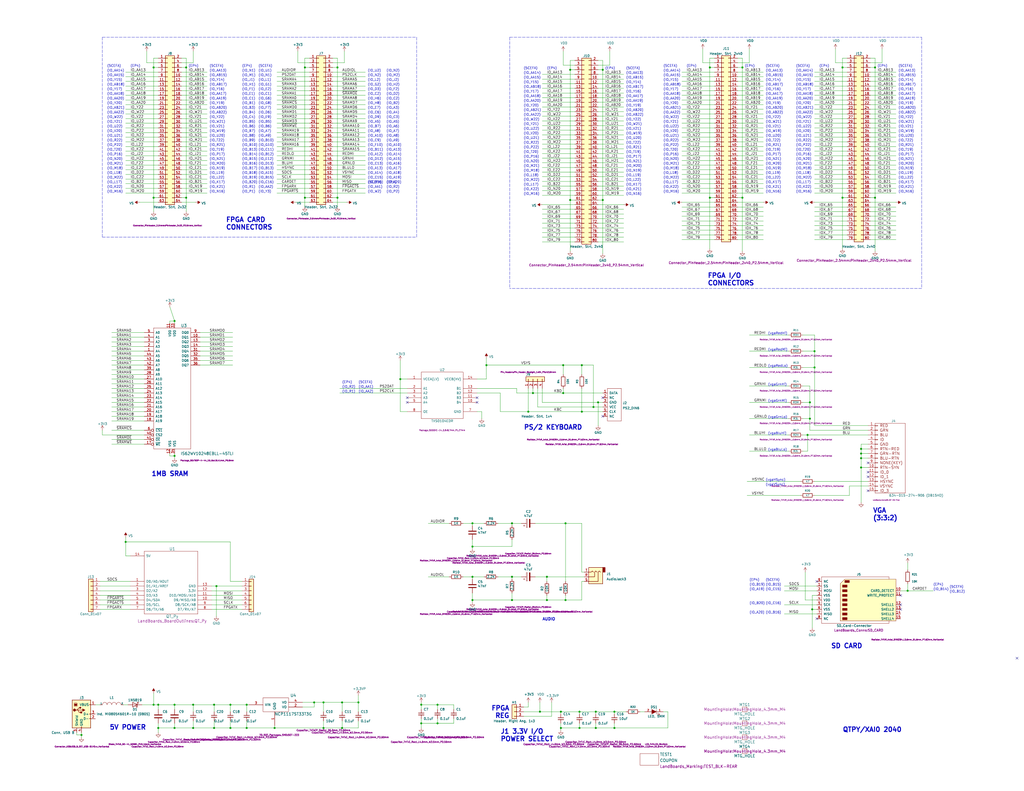
<source format=kicad_sch>
(kicad_sch (version 20211123) (generator eeschema)
  (paper "C")
  (title_block (title "RETRO-FPGA-ITX") (date "2022-08-23") (rev "1") (company "land-boards.com") (comment 1 "FPGA CARD"))
  (junction (at 317.5 199.39))
  (junction (at 405.13 107.95))
  (junction (at 495.3 322.58))
  (junction (at 323.85 222.25))
  (junction (at 290.83 214.63))
  (junction (at 265.43 199.39))
  (junction (at 306.07 397.51))
  (junction (at 459.74 36.83))
  (junction (at 125.73 397.51))
  (junction (at 316.23 397.51))
  (junction (at 308.61 327.66))
  (junction (at 95.25 384.81))
  (junction (at 325.12 397.51))
  (junction (at 95.25 397.51))
  (junction (at 83.82 36.83))
  (junction (at 328.93 38.1))
  (junction (at 441.96 219.71))
  (junction (at 186.69 397.51))
  (junction (at 238.76 384.81))
  (junction (at 229.87 394.97))
  (junction (at 288.29 224.79))
  (junction (at 86.36 384.81))
  (junction (at 279.4 314.96))
  (junction (at 444.5 191.77))
  (junction (at 387.35 107.95))
  (junction (at 218.44 207.01))
  (junction (at 134.62 384.81))
  (junction (at 116.84 397.51))
  (junction (at 229.87 384.81))
  (junction (at 257.81 327.66))
  (junction (at 441.96 228.6))
  (junction (at 469.9 247.65))
  (junction (at 83.82 384.81))
  (junction (at 469.9 255.27))
  (junction (at 166.37 36.83))
  (junction (at 95.25 175.26))
  (junction (at 459.74 107.95))
  (junction (at 316.23 388.62))
  (junction (at 118.11 320.04))
  (junction (at 105.41 384.81))
  (junction (at 149.86 397.51))
  (junction (at 86.36 397.51))
  (junction (at 195.58 383.54))
  (junction (at 308.61 285.75))
  (junction (at 184.15 36.83))
  (junction (at 444.5 200.66))
  (junction (at 95.25 248.92))
  (junction (at 335.28 397.51))
  (junction (at 311.15 38.1))
  (junction (at 328.93 109.22))
  (junction (at 184.15 107.95))
  (junction (at 105.41 397.51))
  (junction (at 116.84 384.81))
  (junction (at 294.64 388.62))
  (junction (at 257.81 314.96))
  (junction (at 186.69 383.54))
  (junction (at 311.15 109.22))
  (junction (at 298.45 314.96))
  (junction (at 125.73 384.81))
  (junction (at 405.13 36.83))
  (junction (at 171.45 383.54))
  (junction (at 44.45 401.32))
  (junction (at 307.34 199.39))
  (junction (at 257.81 285.75))
  (junction (at 306.07 388.62))
  (junction (at 307.34 214.63))
  (junction (at 134.62 397.51))
  (junction (at 176.53 397.51))
  (junction (at 326.39 219.71))
  (junction (at 68.58 295.91))
  (junction (at 176.53 383.54))
  (junction (at 101.6 107.95))
  (junction (at 387.35 36.83))
  (junction (at 477.52 36.83))
  (junction (at 440.69 237.49))
  (junction (at 257.81 298.45))
  (junction (at 335.28 388.62))
  (junction (at 279.4 327.66))
  (junction (at 166.37 107.95))
  (junction (at 238.76 394.97))
  (junction (at 469.9 245.11))
  (junction (at 325.12 388.62))
  (junction (at 101.6 36.83))
  (junction (at 279.4 285.75))
  (junction (at 477.52 107.95))
  (junction (at 443.23 332.74))
  (junction (at 469.9 250.19))
  (junction (at 298.45 327.66))
  (junction (at 317.5 224.79))
  (junction (at 83.82 107.95))
  (no_connect (at 222.25 217.17))
  (no_connect (at 222.25 219.71))
  (no_connect (at 260.35 219.71))
  (no_connect (at 260.35 217.17))
  (no_connect (at 554.99 359.41))
  (no_connect (at 445.77 317.5))
  (no_connect (at 473.71 267.97))
  (no_connect (at 491.49 325.12))
  (no_connect (at 491.49 330.2))
  (no_connect (at 328.93 227.33))
  (no_connect (at 473.71 260.35))
  (no_connect (at 491.49 332.74))
  (no_connect (at 328.93 217.17))
  (no_connect (at 445.77 337.82))
  (no_connect (at 473.71 252.73))
  (no_connect (at 473.71 257.81))
  (wire (pts (xy 443.23 325.12) (xy 443.23 332.74)))
  (wire (pts (xy 462.28 67.31) (xy 444.5 67.31)))
  (wire (pts (xy 86.36 384.81) (xy 86.36 387.35)))
  (polyline (pts (xy 278.13 20.32) (xy 278.13 157.48)))
  (wire (pts (xy 199.39 41.91) (xy 181.61 41.91)))
  (wire (pts (xy 116.84 393.7) (xy 116.84 397.51)))
  (wire (pts (xy 389.89 77.47) (xy 372.11 77.47)))
  (wire (pts (xy 316.23 397.51) (xy 325.12 397.51)))
  (wire (pts (xy 92.71 175.26) (xy 95.25 175.26)))
  (wire (pts (xy 459.74 107.95) (xy 459.74 135.89)))
  (wire (pts (xy 168.91 67.31) (xy 151.13 67.31)))
  (wire (pts (xy 68.58 54.61) (xy 86.36 54.61)))
  (wire (pts (xy 402.59 130.81) (xy 416.56 130.81)))
  (wire (pts (xy 199.39 100.33) (xy 181.61 100.33)))
  (wire (pts (xy 113.03 64.77) (xy 99.06 64.77)))
  (wire (pts (xy 469.9 250.19) (xy 469.9 255.27)))
  (wire (pts (xy 441.96 210.82) (xy 438.15 210.82)))
  (wire (pts (xy 317.5 285.75) (xy 317.5 312.42)))
  (wire (pts (xy 444.5 130.81) (xy 462.28 130.81)))
  (wire (pts (xy 473.71 242.57) (xy 469.9 242.57)))
  (wire (pts (xy 416.56 64.77) (xy 402.59 64.77)))
  (wire (pts (xy 86.36 384.81) (xy 95.25 384.81)))
  (wire (pts (xy 168.91 41.91) (xy 151.13 41.91)))
  (wire (pts (xy 389.89 69.85) (xy 372.11 69.85)))
  (wire (pts (xy 462.28 72.39) (xy 444.5 72.39)))
  (wire (pts (xy 340.36 60.96) (xy 326.39 60.96)))
  (wire (pts (xy 444.5 270.51) (xy 463.55 270.51)))
  (wire (pts (xy 127 191.77) (xy 109.22 191.77)))
  (wire (pts (xy 340.36 68.58) (xy 326.39 68.58)))
  (wire (pts (xy 273.05 214.63) (xy 273.05 224.79)))
  (wire (pts (xy 78.74 191.77) (xy 60.96 191.77)))
  (wire (pts (xy 462.28 82.55) (xy 444.5 82.55)))
  (wire (pts (xy 389.89 90.17) (xy 372.11 90.17)))
  (wire (pts (xy 340.36 88.9) (xy 326.39 88.9)))
  (wire (pts (xy 416.56 69.85) (xy 402.59 69.85)))
  (wire (pts (xy 78.74 184.15) (xy 60.96 184.15)))
  (wire (pts (xy 316.23 388.62) (xy 316.23 389.89)))
  (wire (pts (xy 125.73 393.7) (xy 125.73 397.51)))
  (wire (pts (xy 463.55 270.51) (xy 463.55 265.43)))
  (wire (pts (xy 168.91 90.17) (xy 151.13 90.17)))
  (wire (pts (xy 113.03 87.63) (xy 99.06 87.63)))
  (wire (pts (xy 389.89 92.71) (xy 372.11 92.71)))
  (wire (pts (xy 326.39 45.72) (xy 340.36 45.72)))
  (wire (pts (xy 199.39 46.99) (xy 181.61 46.99)))
  (wire (pts (xy 113.03 97.79) (xy 99.06 97.79)))
  (wire (pts (xy 186.69 397.51) (xy 186.69 393.7)))
  (wire (pts (xy 402.59 34.29) (xy 408.94 34.29)))
  (wire (pts (xy 186.69 383.54) (xy 195.58 383.54)))
  (wire (pts (xy 285.75 391.16) (xy 300.99 391.16)))
  (wire (pts (xy 326.39 33.02) (xy 328.93 33.02)))
  (wire (pts (xy 389.89 105.41) (xy 372.11 105.41)))
  (wire (pts (xy 459.74 36.83) (xy 459.74 107.95)))
  (wire (pts (xy 161.29 110.49) (xy 168.91 110.49)))
  (wire (pts (xy 199.39 67.31) (xy 181.61 67.31)))
  (wire (pts (xy 199.39 69.85) (xy 181.61 69.85)))
  (wire (pts (xy 68.58 39.37) (xy 86.36 39.37)))
  (wire (pts (xy 151.13 80.01) (xy 168.91 80.01)))
  (wire (pts (xy 474.98 115.57) (xy 488.95 115.57)))
  (wire (pts (xy 462.28 36.83) (xy 459.74 36.83)))
  (wire (pts (xy 67.31 384.81) (xy 69.85 384.81)))
  (wire (pts (xy 416.56 62.23) (xy 402.59 62.23)))
  (wire (pts (xy 199.39 44.45) (xy 181.61 44.45)))
  (wire (pts (xy 326.39 35.56) (xy 332.74 35.56)))
  (wire (pts (xy 405.13 107.95) (xy 405.13 137.16)))
  (wire (pts (xy 444.5 46.99) (xy 462.28 46.99)))
  (wire (pts (xy 474.98 54.61) (xy 488.95 54.61)))
  (wire (pts (xy 325.12 397.51) (xy 335.28 397.51)))
  (wire (pts (xy 184.15 31.75) (xy 184.15 36.83)))
  (wire (pts (xy 495.3 318.77) (xy 495.3 322.58)))
  (wire (pts (xy 279.4 285.75) (xy 279.4 287.02)))
  (wire (pts (xy 295.91 48.26) (xy 313.69 48.26)))
  (wire (pts (xy 389.89 67.31) (xy 372.11 67.31)))
  (wire (pts (xy 101.6 107.95) (xy 101.6 115.57)))
  (wire (pts (xy 181.61 107.95) (xy 184.15 107.95)))
  (wire (pts (xy 326.39 111.76) (xy 340.36 111.76)))
  (wire (pts (xy 383.54 34.29) (xy 383.54 26.67)))
  (wire (pts (xy 168.91 100.33) (xy 151.13 100.33)))
  (wire (pts (xy 307.34 199.39) (xy 265.43 199.39)))
  (wire (pts (xy 127 199.39) (xy 109.22 199.39)))
  (wire (pts (xy 113.03 72.39) (xy 99.06 72.39)))
  (wire (pts (xy 295.91 116.84) (xy 313.69 116.84)))
  (wire (pts (xy 116.84 384.81) (xy 116.84 388.62)))
  (wire (pts (xy 44.45 401.32) (xy 41.91 401.32)))
  (wire (pts (xy 430.53 210.82) (xy 408.94 210.82)))
  (wire (pts (xy 444.5 232.41) (xy 444.5 200.66)))
  (wire (pts (xy 313.69 101.6) (xy 295.91 101.6)))
  (wire (pts (xy 99.06 46.99) (xy 113.03 46.99)))
  (wire (pts (xy 306.07 397.51) (xy 306.07 398.78)))
  (wire (pts (xy 294.64 388.62) (xy 306.07 388.62)))
  (wire (pts (xy 326.39 50.8) (xy 340.36 50.8)))
  (wire (pts (xy 462.28 107.95) (xy 459.74 107.95)))
  (wire (pts (xy 462.28 105.41) (xy 444.5 105.41)))
  (wire (pts (xy 238.76 384.81) (xy 238.76 387.35)))
  (wire (pts (xy 99.06 34.29) (xy 105.41 34.29)))
  (wire (pts (xy 340.36 91.44) (xy 326.39 91.44)))
  (wire (pts (xy 78.74 217.17) (xy 60.96 217.17)))
  (wire (pts (xy 118.11 320.04) (xy 132.08 320.04)))
  (wire (pts (xy 185.42 214.63) (xy 222.25 214.63)))
  (wire (pts (xy 199.39 80.01) (xy 181.61 80.01)))
  (wire (pts (xy 86.36 34.29) (xy 80.01 34.29)))
  (wire (pts (xy 488.95 87.63) (xy 474.98 87.63)))
  (wire (pts (xy 186.69 397.51) (xy 195.58 397.51)))
  (wire (pts (xy 229.87 394.97) (xy 229.87 397.51)))
  (wire (pts (xy 488.95 69.85) (xy 474.98 69.85)))
  (wire (pts (xy 186.69 383.54) (xy 186.69 388.62)))
  (wire (pts (xy 317.5 317.5) (xy 317.5 327.66)))
  (wire (pts (xy 86.36 85.09) (xy 68.58 85.09)))
  (wire (pts (xy 473.71 250.19) (xy 469.9 250.19)))
  (wire (pts (xy 372.11 54.61) (xy 389.89 54.61)))
  (wire (pts (xy 441.96 210.82) (xy 441.96 219.71)))
  (wire (pts (xy 199.39 57.15) (xy 181.61 57.15)))
  (wire (pts (xy 445.77 320.04) (xy 427.99 320.04)))
  (wire (pts (xy 430.53 200.66) (xy 408.94 200.66)))
  (wire (pts (xy 99.06 52.07) (xy 113.03 52.07)))
  (wire (pts (xy 99.06 54.61) (xy 113.03 54.61)))
  (wire (pts (xy 335.28 388.62) (xy 341.63 388.62)))
  (wire (pts (xy 402.59 125.73) (xy 416.56 125.73)))
  (wire (pts (xy 328.93 33.02) (xy 328.93 38.1)))
  (wire (pts (xy 364.49 397.51) (xy 364.49 388.62)))
  (wire (pts (xy 265.43 195.58) (xy 265.43 199.39)))
  (wire (pts (xy 325.12 388.62) (xy 325.12 389.89)))
  (wire (pts (xy 54.61 317.5) (xy 71.12 317.5)))
  (wire (pts (xy 474.98 110.49) (xy 488.95 110.49)))
  (wire (pts (xy 389.89 100.33) (xy 372.11 100.33)))
  (wire (pts (xy 416.56 102.87) (xy 402.59 102.87)))
  (wire (pts (xy 389.89 87.63) (xy 372.11 87.63)))
  (wire (pts (xy 168.91 36.83) (xy 166.37 36.83)))
  (wire (pts (xy 113.03 100.33) (xy 99.06 100.33)))
  (wire (pts (xy 115.57 332.74) (xy 132.08 332.74)))
  (wire (pts (xy 134.62 393.7) (xy 134.62 397.51)))
  (wire (pts (xy 125.73 384.81) (xy 125.73 388.62)))
  (wire (pts (xy 372.11 130.81) (xy 389.89 130.81)))
  (wire (pts (xy 257.81 327.66) (xy 279.4 327.66)))
  (wire (pts (xy 229.87 384.81) (xy 238.76 384.81)))
  (wire (pts (xy 86.36 397.51) (xy 86.36 400.05)))
  (wire (pts (xy 279.4 285.75) (xy 284.48 285.75)))
  (wire (pts (xy 168.91 69.85) (xy 151.13 69.85)))
  (wire (pts (xy 229.87 394.97) (xy 238.76 394.97)))
  (wire (pts (xy 340.36 106.68) (xy 326.39 106.68)))
  (wire (pts (xy 405.13 36.83) (xy 405.13 107.95)))
  (wire (pts (xy 317.5 312.42) (xy 318.77 312.42)))
  (wire (pts (xy 288.29 386.08) (xy 288.29 383.54)))
  (wire (pts (xy 86.36 95.25) (xy 68.58 95.25)))
  (wire (pts (xy 488.95 80.01) (xy 474.98 80.01)))
  (wire (pts (xy 298.45 327.66) (xy 308.61 327.66)))
  (wire (pts (xy 372.11 49.53) (xy 389.89 49.53)))
  (wire (pts (xy 257.81 285.75) (xy 264.16 285.75)))
  (wire (pts (xy 293.37 222.25) (xy 293.37 212.09)))
  (wire (pts (xy 340.36 71.12) (xy 326.39 71.12)))
  (wire (pts (xy 279.4 323.85) (xy 279.4 327.66)))
  (wire (pts (xy 441.96 219.71) (xy 438.15 219.71)))
  (wire (pts (xy 78.74 229.87) (xy 60.96 229.87)))
  (wire (pts (xy 444.5 113.03) (xy 462.28 113.03)))
  (wire (pts (xy 474.98 130.81) (xy 488.95 130.81)))
  (wire (pts (xy 99.06 110.49) (xy 106.68 110.49)))
  (wire (pts (xy 105.41 34.29) (xy 105.41 27.94)))
  (wire (pts (xy 281.94 212.09) (xy 281.94 214.63)))
  (wire (pts (xy 313.69 33.02) (xy 311.15 33.02)))
  (wire (pts (xy 389.89 31.75) (xy 387.35 31.75)))
  (wire (pts (xy 181.61 110.49) (xy 189.23 110.49)))
  (wire (pts (xy 340.36 76.2) (xy 326.39 76.2)))
  (wire (pts (xy 416.56 74.93) (xy 402.59 74.93)))
  (wire (pts (xy 257.81 327.66) (xy 257.81 328.93)))
  (wire (pts (xy 113.03 80.01) (xy 99.06 80.01)))
  (wire (pts (xy 105.41 397.51) (xy 105.41 393.7)))
  (wire (pts (xy 416.56 90.17) (xy 402.59 90.17)))
  (wire (pts (xy 313.69 109.22) (xy 311.15 109.22)))
  (wire (pts (xy 307.34 35.56) (xy 307.34 27.94)))
  (wire (pts (xy 95.25 175.26) (xy 95.25 176.53)))
  (wire (pts (xy 455.93 34.29) (xy 455.93 26.67)))
  (wire (pts (xy 444.5 120.65) (xy 462.28 120.65)))
  (wire (pts (xy 462.28 69.85) (xy 444.5 69.85)))
  (wire (pts (xy 168.91 77.47) (xy 151.13 77.47)))
  (wire (pts (xy 295.91 45.72) (xy 313.69 45.72)))
  (wire (pts (xy 316.23 388.62) (xy 325.12 388.62)))
  (wire (pts (xy 113.03 85.09) (xy 99.06 85.09)))
  (wire (pts (xy 95.25 247.65) (xy 95.25 248.92)))
  (wire (pts (xy 78.74 196.85) (xy 60.96 196.85)))
  (wire (pts (xy 416.56 59.69) (xy 402.59 59.69)))
  (wire (pts (xy 199.39 64.77) (xy 181.61 64.77)))
  (wire (pts (xy 295.91 43.18) (xy 313.69 43.18)))
  (wire (pts (xy 113.03 82.55) (xy 99.06 82.55)))
  (wire (pts (xy 416.56 95.25) (xy 402.59 95.25)))
  (wire (pts (xy 440.69 237.49) (xy 438.15 237.49)))
  (wire (pts (xy 326.39 119.38) (xy 340.36 119.38)))
  (wire (pts (xy 86.36 64.77) (xy 68.58 64.77)))
  (wire (pts (xy 474.98 107.95) (xy 477.52 107.95)))
  (wire (pts (xy 459.74 31.75) (xy 459.74 36.83)))
  (wire (pts (xy 68.58 295.91) (xy 125.73 295.91)))
  (wire (pts (xy 488.95 59.69) (xy 474.98 59.69)))
  (wire (pts (xy 402.59 120.65) (xy 416.56 120.65)))
  (wire (pts (xy 477.52 107.95) (xy 477.52 137.16)))
  (wire (pts (xy 474.98 44.45) (xy 488.95 44.45)))
  (wire (pts (xy 326.39 114.3) (xy 340.36 114.3)))
  (wire (pts (xy 181.61 87.63) (xy 199.39 87.63)))
  (wire (pts (xy 181.61 85.09) (xy 199.39 85.09)))
  (wire (pts (xy 181.61 34.29) (xy 187.96 34.29)))
  (wire (pts (xy 407.67 262.89) (xy 436.88 262.89)))
  (wire (pts (xy 76.2 110.49) (xy 86.36 110.49)))
  (wire (pts (xy 168.91 52.07) (xy 151.13 52.07)))
  (wire (pts (xy 389.89 95.25) (xy 372.11 95.25)))
  (wire (pts (xy 86.36 36.83) (xy 83.82 36.83)))
  (wire (pts (xy 444.5 262.89) (xy 473.71 262.89)))
  (wire (pts (xy 488.95 95.25) (xy 474.98 95.25)))
  (wire (pts (xy 176.53 383.54) (xy 186.69 383.54)))
  (wire (pts (xy 80.01 34.29) (xy 80.01 27.94)))
  (wire (pts (xy 176.53 397.51) (xy 176.53 393.7)))
  (wire (pts (xy 151.13 87.63) (xy 168.91 87.63)))
  (wire (pts (xy 229.87 392.43) (xy 229.87 394.97)))
  (wire (pts (xy 307.34 199.39) (xy 307.34 204.47)))
  (wire (pts (xy 134.62 397.51) (xy 149.86 397.51)))
  (wire (pts (xy 83.82 31.75) (xy 83.82 36.83)))
  (wire (pts (xy 78.74 227.33) (xy 60.96 227.33)))
  (wire (pts (xy 402.59 52.07) (xy 416.56 52.07)))
  (wire (pts (xy 99.06 41.91) (xy 113.03 41.91)))
  (wire (pts (xy 99.06 49.53) (xy 113.03 49.53)))
  (wire (pts (xy 295.91 114.3) (xy 313.69 114.3)))
  (wire (pts (xy 54.61 330.2) (xy 71.12 330.2)))
  (wire (pts (xy 340.36 81.28) (xy 326.39 81.28)))
  (wire (pts (xy 298.45 314.96) (xy 318.77 314.96)))
  (wire (pts (xy 444.5 52.07) (xy 462.28 52.07)))
  (wire (pts (xy 113.03 95.25) (xy 99.06 95.25)))
  (wire (pts (xy 99.06 39.37) (xy 113.03 39.37)))
  (wire (pts (xy 328.93 222.25) (xy 323.85 222.25)))
  (wire (pts (xy 416.56 87.63) (xy 402.59 87.63)))
  (wire (pts (xy 86.36 87.63) (xy 68.58 87.63)))
  (wire (pts (xy 113.03 77.47) (xy 99.06 77.47)))
  (wire (pts (xy 488.95 67.31) (xy 474.98 67.31)))
  (wire (pts (xy 68.58 293.37) (xy 68.58 295.91)))
  (wire (pts (xy 473.71 237.49) (xy 440.69 237.49)))
  (wire (pts (xy 469.9 255.27) (xy 469.9 274.32)))
  (wire (pts (xy 335.28 388.62) (xy 335.28 389.89)))
  (wire (pts (xy 372.11 110.49) (xy 389.89 110.49)))
  (wire (pts (xy 125.73 317.5) (xy 132.08 317.5)))
  (wire (pts (xy 335.28 397.51) (xy 364.49 397.51)))
  (wire (pts (xy 86.36 97.79) (xy 68.58 97.79)))
  (wire (pts (xy 317.5 212.09) (xy 317.5 224.79)))
  (wire (pts (xy 326.39 132.08) (xy 340.36 132.08)))
  (wire (pts (xy 326.39 121.92) (xy 340.36 121.92)))
  (wire (pts (xy 68.58 41.91) (xy 86.36 41.91)))
  (wire (pts (xy 78.74 240.03) (xy 60.96 240.03)))
  (wire (pts (xy 78.74 212.09) (xy 60.96 212.09)))
  (wire (pts (xy 389.89 36.83) (xy 387.35 36.83)))
  (wire (pts (xy 326.39 38.1) (xy 328.93 38.1)))
  (wire (pts (xy 462.28 90.17) (xy 444.5 90.17)))
  (wire (pts (xy 295.91 132.08) (xy 313.69 132.08)))
  (wire (pts (xy 462.28 77.47) (xy 444.5 77.47)))
  (wire (pts (xy 300.99 391.16) (xy 300.99 383.54)))
  (wire (pts (xy 295.91 212.09) (xy 295.91 219.71)))
  (wire (pts (xy 313.69 35.56) (xy 307.34 35.56)))
  (wire (pts (xy 389.89 82.55) (xy 372.11 82.55)))
  (wire (pts (xy 387.35 36.83) (xy 387.35 107.95)))
  (wire (pts (xy 306.07 394.97) (xy 306.07 397.51)))
  (wire (pts (xy 462.28 59.69) (xy 444.5 59.69)))
  (wire (pts (xy 199.39 74.93) (xy 181.61 74.93)))
  (wire (pts (xy 199.39 49.53) (xy 181.61 49.53)))
  (wire (pts (xy 462.28 31.75) (xy 459.74 31.75)))
  (wire (pts (xy 313.69 96.52) (xy 295.91 96.52)))
  (wire (pts (xy 372.11 52.07) (xy 389.89 52.07)))
  (wire (pts (xy 127 194.31) (xy 109.22 194.31)))
  (wire (pts (xy 78.74 237.49) (xy 55.88 237.49)))
  (wire (pts (xy 474.98 39.37) (xy 488.95 39.37)))
  (wire (pts (xy 44.45 400.05) (xy 44.45 401.32)))
  (wire (pts (xy 288.29 212.09) (xy 288.29 224.79)))
  (wire (pts (xy 462.28 85.09) (xy 444.5 85.09)))
  (wire (pts (xy 402.59 44.45) (xy 416.56 44.45)))
  (wire (pts (xy 95.25 248.92) (xy 95.25 250.19)))
  (wire (pts (xy 462.28 64.77) (xy 444.5 64.77)))
  (wire (pts (xy 364.49 388.62) (xy 361.95 388.62)))
  (wire (pts (xy 326.39 129.54) (xy 340.36 129.54)))
  (wire (pts (xy 95.25 384.81) (xy 95.25 387.35)))
  (wire (pts (xy 86.36 31.75) (xy 83.82 31.75)))
  (wire (pts (xy 389.89 85.09) (xy 372.11 85.09)))
  (wire (pts (xy 488.95 62.23) (xy 474.98 62.23)))
  (wire (pts (xy 55.88 237.49) (xy 55.88 234.95)))
  (wire (pts (xy 372.11 125.73) (xy 389.89 125.73)))
  (polyline (pts (xy 55.88 20.32) (xy 227.33 20.32)))
  (wire (pts (xy 113.03 102.87) (xy 99.06 102.87)))
  (wire (pts (xy 257.81 287.02) (xy 257.81 285.75)))
  (wire (pts (xy 313.69 78.74) (xy 295.91 78.74)))
  (wire (pts (xy 372.11 41.91) (xy 389.89 41.91)))
  (wire (pts (xy 313.69 86.36) (xy 295.91 86.36)))
  (wire (pts (xy 83.82 378.46) (xy 83.82 384.81)))
  (wire (pts (xy 389.89 34.29) (xy 383.54 34.29)))
  (wire (pts (xy 462.28 87.63) (xy 444.5 87.63)))
  (wire (pts (xy 78.74 222.25) (xy 60.96 222.25)))
  (wire (pts (xy 78.74 219.71) (xy 60.96 219.71)))
  (wire (pts (xy 288.29 224.79) (xy 317.5 224.79)))
  (wire (pts (xy 83.82 36.83) (xy 83.82 107.95)))
  (wire (pts (xy 430.53 191.77) (xy 408.94 191.77)))
  (wire (pts (xy 199.39 102.87) (xy 181.61 102.87)))
  (polyline (pts (xy 502.92 157.48) (xy 278.13 157.48)))
  (wire (pts (xy 68.58 295.91) (xy 68.58 303.53)))
  (wire (pts (xy 488.95 57.15) (xy 474.98 57.15)))
  (wire (pts (xy 335.28 397.51) (xy 335.28 394.97)))
  (wire (pts (xy 86.36 82.55) (xy 68.58 82.55)))
  (wire (pts (xy 115.57 320.04) (xy 118.11 320.04)))
  (wire (pts (xy 257.81 314.96) (xy 264.16 314.96)))
  (wire (pts (xy 328.93 38.1) (xy 328.93 109.22)))
  (wire (pts (xy 247.65 384.81) (xy 247.65 387.35)))
  (wire (pts (xy 54.61 322.58) (xy 71.12 322.58)))
  (wire (pts (xy 86.36 77.47) (xy 68.58 77.47)))
  (wire (pts (xy 113.03 74.93) (xy 99.06 74.93)))
  (wire (pts (xy 171.45 383.54) (xy 176.53 383.54)))
  (wire (pts (xy 402.59 36.83) (xy 405.13 36.83)))
  (wire (pts (xy 474.98 31.75) (xy 477.52 31.75)))
  (wire (pts (xy 389.89 107.95) (xy 387.35 107.95)))
  (wire (pts (xy 416.56 105.41) (xy 402.59 105.41)))
  (wire (pts (xy 176.53 383.54) (xy 176.53 388.62)))
  (wire (pts (xy 445.77 325.12) (xy 443.23 325.12)))
  (wire (pts (xy 238.76 384.81) (xy 247.65 384.81)))
  (wire (pts (xy 168.91 39.37) (xy 151.13 39.37)))
  (wire (pts (xy 134.62 384.81) (xy 134.62 388.62)))
  (wire (pts (xy 260.35 212.09) (xy 281.94 212.09)))
  (wire (pts (xy 238.76 394.97) (xy 238.76 392.43)))
  (wire (pts (xy 168.91 105.41) (xy 151.13 105.41)))
  (wire (pts (xy 495.3 322.58) (xy 491.49 322.58)))
  (wire (pts (xy 389.89 74.93) (xy 372.11 74.93)))
  (wire (pts (xy 68.58 46.99) (xy 86.36 46.99)))
  (wire (pts (xy 95.25 175.26) (xy 92.71 167.64)))
  (wire (pts (xy 317.5 224.79) (xy 328.93 224.79)))
  (wire (pts (xy 78.74 209.55) (xy 60.96 209.55)))
  (wire (pts (xy 184.15 36.83) (xy 184.15 107.95)))
  (wire (pts (xy 271.78 314.96) (xy 279.4 314.96)))
  (wire (pts (xy 115.57 325.12) (xy 132.08 325.12)))
  (wire (pts (xy 325.12 397.51) (xy 325.12 394.97)))
  (wire (pts (xy 68.58 44.45) (xy 86.36 44.45)))
  (wire (pts (xy 168.91 49.53) (xy 151.13 49.53)))
  (wire (pts (xy 252.73 285.75) (xy 257.81 285.75)))
  (wire (pts (xy 402.59 39.37) (xy 416.56 39.37)))
  (wire (pts (xy 444.5 191.77) (xy 438.15 191.77)))
  (wire (pts (xy 443.23 332.74) (xy 443.23 342.9)))
  (wire (pts (xy 168.91 44.45) (xy 151.13 44.45)))
  (wire (pts (xy 292.1 314.96) (xy 298.45 314.96)))
  (wire (pts (xy 444.5 128.27) (xy 462.28 128.27)))
  (wire (pts (xy 168.91 34.29) (xy 162.56 34.29)))
  (wire (pts (xy 295.91 55.88) (xy 313.69 55.88)))
  (wire (pts (xy 488.95 85.09) (xy 474.98 85.09)))
  (wire (pts (xy 474.98 34.29) (xy 481.33 34.29)))
  (wire (pts (xy 372.11 120.65) (xy 389.89 120.65)))
  (wire (pts (xy 99.06 31.75) (xy 101.6 31.75)))
  (wire (pts (xy 462.28 95.25) (xy 444.5 95.25)))
  (wire (pts (xy 445.77 332.74) (xy 443.23 332.74)))
  (wire (pts (xy 292.1 285.75) (xy 308.61 285.75)))
  (wire (pts (xy 99.06 44.45) (xy 113.03 44.45)))
  (wire (pts (xy 115.57 330.2) (xy 132.08 330.2)))
  (wire (pts (xy 54.61 327.66) (xy 71.12 327.66)))
  (wire (pts (xy 416.56 80.01) (xy 402.59 80.01)))
  (wire (pts (xy 445.77 327.66) (xy 439.42 327.66)))
  (wire (pts (xy 298.45 325.12) (xy 298.45 327.66)))
  (wire (pts (xy 151.13 82.55) (xy 168.91 82.55)))
  (wire (pts (xy 181.61 90.17) (xy 199.39 90.17)))
  (wire (pts (xy 444.5 44.45) (xy 462.28 44.45)))
  (wire (pts (xy 340.36 63.5) (xy 326.39 63.5)))
  (wire (pts (xy 308.61 285.75) (xy 317.5 285.75)))
  (wire (pts (xy 308.61 327.66) (xy 317.5 327.66)))
  (wire (pts (xy 416.56 77.47) (xy 402.59 77.47)))
  (wire (pts (xy 473.71 245.11) (xy 469.9 245.11)))
  (wire (pts (xy 295.91 53.34) (xy 313.69 53.34)))
  (wire (pts (xy 68.58 303.53) (xy 71.12 303.53)))
  (wire (pts (xy 462.28 74.93) (xy 444.5 74.93)))
  (wire (pts (xy 462.28 57.15) (xy 444.5 57.15)))
  (wire (pts (xy 389.89 64.77) (xy 372.11 64.77)))
  (wire (pts (xy 99.06 107.95) (xy 101.6 107.95)))
  (wire (pts (xy 326.39 43.18) (xy 340.36 43.18)))
  (wire (pts (xy 168.91 102.87) (xy 151.13 102.87)))
  (wire (pts (xy 402.59 41.91) (xy 416.56 41.91)))
  (wire (pts (xy 151.13 85.09) (xy 168.91 85.09)))
  (wire (pts (xy 444.5 182.88) (xy 438.15 182.88)))
  (wire (pts (xy 317.5 199.39) (xy 317.5 204.47)))
  (wire (pts (xy 387.35 31.75) (xy 387.35 36.83)))
  (wire (pts (xy 295.91 121.92) (xy 313.69 121.92)))
  (wire (pts (xy 168.91 54.61) (xy 151.13 54.61)))
  (wire (pts (xy 86.36 100.33) (xy 68.58 100.33)))
  (polyline (pts (xy 55.88 129.54) (xy 227.33 129.54)))
  (wire (pts (xy 340.36 93.98) (xy 326.39 93.98)))
  (wire (pts (xy 95.25 394.97) (xy 95.25 397.51)))
  (wire (pts (xy 92.71 176.53) (xy 92.71 175.26)))
  (wire (pts (xy 95.25 384.81) (xy 105.41 384.81)))
  (wire (pts (xy 257.81 298.45) (xy 257.81 299.72)))
  (wire (pts (xy 86.36 105.41) (xy 68.58 105.41)))
  (wire (pts (xy 313.69 81.28) (xy 295.91 81.28)))
  (wire (pts (xy 326.39 55.88) (xy 340.36 55.88)))
  (wire (pts (xy 165.1 386.08) (xy 171.45 386.08)))
  (wire (pts (xy 168.91 46.99) (xy 151.13 46.99)))
  (wire (pts (xy 295.91 129.54) (xy 313.69 129.54)))
  (wire (pts (xy 326.39 116.84) (xy 340.36 116.84)))
  (wire (pts (xy 199.39 59.69) (xy 181.61 59.69)))
  (wire (pts (xy 265.43 199.39) (xy 265.43 207.01)))
  (wire (pts (xy 313.69 38.1) (xy 311.15 38.1)))
  (wire (pts (xy 181.61 31.75) (xy 184.15 31.75)))
  (wire (pts (xy 113.03 92.71) (xy 99.06 92.71)))
  (wire (pts (xy 372.11 113.03) (xy 389.89 113.03)))
  (wire (pts (xy 408.94 246.38) (xy 430.53 246.38)))
  (wire (pts (xy 83.82 107.95) (xy 83.82 115.57)))
  (wire (pts (xy 149.86 396.24) (xy 149.86 397.51)))
  (wire (pts (xy 265.43 207.01) (xy 260.35 207.01)))
  (wire (pts (xy 438.15 228.6) (xy 441.96 228.6)))
  (wire (pts (xy 171.45 386.08) (xy 171.45 383.54)))
  (wire (pts (xy 474.98 128.27) (xy 488.95 128.27)))
  (wire (pts (xy 323.85 199.39) (xy 323.85 222.25)))
  (wire (pts (xy 279.4 327.66) (xy 298.45 327.66)))
  (wire (pts (xy 92.71 248.92) (xy 92.71 247.65)))
  (wire (pts (xy 372.11 44.45) (xy 389.89 44.45)))
  (wire (pts (xy 313.69 60.96) (xy 295.91 60.96)))
  (wire (pts (xy 295.91 127) (xy 313.69 127)))
  (wire (pts (xy 389.89 62.23) (xy 372.11 62.23)))
  (wire (pts (xy 307.34 212.09) (xy 307.34 214.63)))
  (wire (pts (xy 168.91 64.77) (xy 151.13 64.77)))
  (wire (pts (xy 430.53 219.71) (xy 408.94 219.71)))
  (wire (pts (xy 306.07 388.62) (xy 316.23 388.62)))
  (wire (pts (xy 488.95 72.39) (xy 474.98 72.39)))
  (wire (pts (xy 416.56 92.71) (xy 402.59 92.71)))
  (wire (pts (xy 77.47 384.81) (xy 83.82 384.81)))
  (wire (pts (xy 199.39 52.07) (xy 181.61 52.07)))
  (wire (pts (xy 372.11 39.37) (xy 389.89 39.37)))
  (wire (pts (xy 340.36 73.66) (xy 326.39 73.66)))
  (wire (pts (xy 86.36 72.39) (xy 68.58 72.39)))
  (wire (pts (xy 389.89 80.01) (xy 372.11 80.01)))
  (wire (pts (xy 340.36 58.42) (xy 326.39 58.42)))
  (wire (pts (xy 444.5 125.73) (xy 462.28 125.73)))
  (wire (pts (xy 113.03 69.85) (xy 99.06 69.85)))
  (wire (pts (xy 444.5 39.37) (xy 462.28 39.37)))
  (wire (pts (xy 441.96 228.6) (xy 441.96 219.71)))
  (wire (pts (xy 462.28 97.79) (xy 444.5 97.79)))
  (wire (pts (xy 86.36 92.71) (xy 68.58 92.71)))
  (wire (pts (xy 438.15 246.38) (xy 440.69 246.38)))
  (wire (pts (xy 462.28 92.71) (xy 444.5 92.71)))
  (wire (pts (xy 166.37 36.83) (xy 166.37 107.95)))
  (wire (pts (xy 262.89 224.79) (xy 262.89 228.6)))
  (wire (pts (xy 313.69 71.12) (xy 295.91 71.12)))
  (wire (pts (xy 78.74 186.69) (xy 60.96 186.69)))
  (wire (pts (xy 68.58 49.53) (xy 86.36 49.53)))
  (wire (pts (xy 86.36 102.87) (xy 68.58 102.87)))
  (wire (pts (xy 340.36 86.36) (xy 326.39 86.36)))
  (wire (pts (xy 469.9 245.11) (xy 469.9 247.65)))
  (polyline (pts (xy 278.13 20.32) (xy 502.92 20.32)))
  (wire (pts (xy 416.56 100.33) (xy 402.59 100.33)))
  (wire (pts (xy 389.89 97.79) (xy 372.11 97.79)))
  (wire (pts (xy 195.58 397.51) (xy 195.58 393.7)))
  (wire (pts (xy 78.74 199.39) (xy 60.96 199.39)))
  (polyline (pts (xy 502.92 20.32) (xy 502.92 157.48)))
  (wire (pts (xy 185.42 212.09) (xy 222.25 212.09)))
  (wire (pts (xy 328.93 109.22) (xy 328.93 138.43)))
  (wire (pts (xy 416.56 85.09) (xy 402.59 85.09)))
  (wire (pts (xy 488.95 90.17) (xy 474.98 90.17)))
  (wire (pts (xy 325.12 388.62) (xy 335.28 388.62)))
  (wire (pts (xy 125.73 384.81) (xy 116.84 384.81)))
  (wire (pts (xy 474.98 52.07) (xy 488.95 52.07)))
  (wire (pts (xy 311.15 38.1) (xy 311.15 109.22)))
  (wire (pts (xy 105.41 397.51) (xy 95.25 397.51)))
  (wire (pts (xy 295.91 124.46) (xy 313.69 124.46)))
  (wire (pts (xy 469.9 242.57) (xy 469.9 245.11)))
  (wire (pts (xy 181.61 36.83) (xy 184.15 36.83)))
  (wire (pts (xy 340.36 99.06) (xy 326.39 99.06)))
  (wire (pts (xy 469.9 247.65) (xy 469.9 250.19)))
  (wire (pts (xy 125.73 397.51) (xy 116.84 397.51)))
  (wire (pts (xy 473.71 255.27) (xy 469.9 255.27)))
  (wire (pts (xy 168.91 57.15) (xy 151.13 57.15)))
  (wire (pts (xy 462.28 62.23) (xy 444.5 62.23)))
  (wire (pts (xy 326.39 48.26) (xy 340.36 48.26)))
  (wire (pts (xy 488.95 82.55) (xy 474.98 82.55)))
  (wire (pts (xy 166.37 107.95) (xy 166.37 113.03)))
  (wire (pts (xy 168.91 59.69) (xy 151.13 59.69)))
  (wire (pts (xy 218.44 207.01) (xy 222.25 207.01)))
  (wire (pts (xy 86.36 90.17) (xy 68.58 90.17)))
  (wire (pts (xy 168.91 107.95) (xy 166.37 107.95)))
  (wire (pts (xy 238.76 394.97) (xy 247.65 394.97)))
  (wire (pts (xy 78.74 242.57) (xy 60.96 242.57)))
  (wire (pts (xy 407.67 270.51) (xy 436.88 270.51)))
  (wire (pts (xy 444.5 118.11) (xy 462.28 118.11)))
  (wire (pts (xy 83.82 384.81) (xy 86.36 384.81)))
  (wire (pts (xy 54.61 320.04) (xy 71.12 320.04)))
  (wire (pts (xy 222.25 224.79) (xy 218.44 224.79)))
  (wire (pts (xy 438.15 200.66) (xy 444.5 200.66)))
  (wire (pts (xy 127 196.85) (xy 109.22 196.85)))
  (wire (pts (xy 260.35 214.63) (xy 273.05 214.63)))
  (wire (pts (xy 298.45 314.96) (xy 298.45 317.5)))
  (wire (pts (xy 340.36 83.82) (xy 326.39 83.82)))
  (wire (pts (xy 86.36 107.95) (xy 83.82 107.95)))
  (wire (pts (xy 408.94 34.29) (xy 408.94 26.67)))
  (wire (pts (xy 474.98 113.03) (xy 488.95 113.03)))
  (wire (pts (xy 168.91 92.71) (xy 151.13 92.71)))
  (wire (pts (xy 474.98 123.19) (xy 488.95 123.19)))
  (wire (pts (xy 402.59 54.61) (xy 416.56 54.61)))
  (wire (pts (xy 313.69 99.06) (xy 295.91 99.06)))
  (wire (pts (xy 444.5 182.88) (xy 444.5 191.77)))
  (wire (pts (xy 444.5 200.66) (xy 444.5 191.77)))
  (wire (pts (xy 462.28 80.01) (xy 444.5 80.01)))
  (wire (pts (xy 41.91 401.32) (xy 41.91 400.05)))
  (wire (pts (xy 78.74 204.47) (xy 60.96 204.47)))
  (wire (pts (xy 229.87 384.81) (xy 229.87 387.35)))
  (wire (pts (xy 430.53 182.88) (xy 408.94 182.88)))
  (wire (pts (xy 86.36 67.31) (xy 68.58 67.31)))
  (wire (pts (xy 488.95 102.87) (xy 474.98 102.87)))
  (wire (pts (xy 326.39 219.71) (xy 326.39 232.41)))
  (wire (pts (xy 416.56 67.31) (xy 402.59 67.31)))
  (wire (pts (xy 326.39 109.22) (xy 328.93 109.22)))
  (wire (pts (xy 306.07 388.62) (xy 306.07 389.89)))
  (wire (pts (xy 328.93 219.71) (xy 326.39 219.71)))
  (wire (pts (xy 184.15 107.95) (xy 184.15 113.03)))
  (wire (pts (xy 313.69 106.68) (xy 295.91 106.68)))
  (wire (pts (xy 113.03 59.69) (xy 99.06 59.69)))
  (wire (pts (xy 54.61 325.12) (xy 71.12 325.12)))
  (wire (pts (xy 86.36 80.01) (xy 68.58 80.01)))
  (wire (pts (xy 313.69 83.82) (xy 295.91 83.82)))
  (wire (pts (xy 52.07 384.81) (xy 54.61 384.81)))
  (wire (pts (xy 473.71 232.41) (xy 444.5 232.41)))
  (wire (pts (xy 295.91 40.64) (xy 313.69 40.64)))
  (wire (pts (xy 326.39 40.64) (xy 340.36 40.64)))
  (wire (pts (xy 389.89 102.87) (xy 372.11 102.87)))
  (wire (pts (xy 127 181.61) (xy 109.22 181.61)))
  (wire (pts (xy 257.81 298.45) (xy 279.4 298.45)))
  (wire (pts (xy 78.74 201.93) (xy 60.96 201.93)))
  (wire (pts (xy 462.28 100.33) (xy 444.5 100.33)))
  (wire (pts (xy 233.68 285.75) (xy 245.11 285.75)))
  (wire (pts (xy 308.61 285.75) (xy 308.61 317.5)))
  (wire (pts (xy 402.59 107.95) (xy 405.13 107.95)))
  (wire (pts (xy 340.36 101.6) (xy 326.39 101.6)))
  (wire (pts (xy 257.81 323.85) (xy 257.81 327.66)))
  (wire (pts (xy 168.91 95.25) (xy 151.13 95.25)))
  (wire (pts (xy 199.39 105.41) (xy 181.61 105.41)))
  (wire (pts (xy 252.73 314.96) (xy 257.81 314.96)))
  (wire (pts (xy 402.59 49.53) (xy 416.56 49.53)))
  (wire (pts (xy 387.35 107.95) (xy 387.35 135.89)))
  (wire (pts (xy 332.74 35.56) (xy 332.74 27.94)))
  (wire (pts (xy 402.59 118.11) (xy 416.56 118.11)))
  (wire (pts (xy 313.69 91.44) (xy 295.91 91.44)))
  (wire (pts (xy 440.69 246.38) (xy 440.69 237.49)))
  (wire (pts (xy 389.89 72.39) (xy 372.11 72.39)))
  (wire (pts (xy 474.98 49.53) (xy 488.95 49.53)))
  (wire (pts (xy 115.57 327.66) (xy 132.08 327.66)))
  (wire (pts (xy 127 186.69) (xy 109.22 186.69)))
  (wire (pts (xy 477.52 36.83) (xy 477.52 107.95)))
  (wire (pts (xy 402.59 110.49) (xy 416.56 110.49)))
  (wire (pts (xy 149.86 397.51) (xy 176.53 397.51)))
  (wire (pts (xy 271.78 285.75) (xy 279.4 285.75)))
  (wire (pts (xy 416.56 97.79) (xy 402.59 97.79)))
  (wire (pts (xy 488.95 105.41) (xy 474.98 105.41)))
  (wire (pts (xy 308.61 325.12) (xy 308.61 327.66)))
  (wire (pts (xy 199.39 54.61) (xy 181.61 54.61)))
  (wire (pts (xy 295.91 119.38) (xy 313.69 119.38)))
  (wire (pts (xy 78.74 214.63) (xy 60.96 214.63)))
  (wire (pts (xy 326.39 53.34) (xy 340.36 53.34)))
  (wire (pts (xy 430.53 228.6) (xy 408.94 228.6)))
  (wire (pts (xy 54.61 332.74) (xy 71.12 332.74)))
  (wire (pts (xy 372.11 115.57) (xy 389.89 115.57)))
  (wire (pts (xy 306.07 397.51) (xy 316.23 397.51)))
  (wire (pts (xy 199.39 92.71) (xy 181.61 92.71)))
  (wire (pts (xy 313.69 76.2) (xy 295.91 76.2)))
  (wire (pts (xy 313.69 68.58) (xy 295.91 68.58)))
  (wire (pts (xy 474.98 120.65) (xy 488.95 120.65)))
  (wire (pts (xy 101.6 31.75) (xy 101.6 36.83)))
  (wire (pts (xy 285.75 386.08) (xy 288.29 386.08)))
  (wire (pts (xy 313.69 58.42) (xy 295.91 58.42)))
  (wire (pts (xy 166.37 31.75) (xy 166.37 36.83)))
  (wire (pts (xy 218.44 207.01) (xy 218.44 224.79)))
  (wire (pts (xy 78.74 181.61) (xy 60.96 181.61)))
  (wire (pts (xy 416.56 82.55) (xy 402.59 82.55)))
  (wire (pts (xy 247.65 394.97) (xy 247.65 392.43)))
  (wire (pts (xy 115.57 322.58) (xy 132.08 322.58)))
  (wire (pts (xy 86.36 62.23) (xy 68.58 62.23)))
  (wire (pts (xy 441.96 234.95) (xy 441.96 228.6)))
  (wire (pts (xy 116.84 397.51) (xy 105.41 397.51)))
  (wire (pts (xy 78.74 224.79) (xy 60.96 224.79)))
  (wire (pts (xy 372.11 46.99) (xy 389.89 46.99)))
  (wire (pts (xy 474.98 36.83) (xy 477.52 36.83)))
  (wire (pts (xy 233.68 314.96) (xy 245.11 314.96)))
  (wire (pts (xy 473.71 247.65) (xy 469.9 247.65)))
  (wire (pts (xy 86.36 74.93) (xy 68.58 74.93)))
  (wire (pts (xy 134.62 397.51) (xy 125.73 397.51)))
  (wire (pts (xy 313.69 63.5) (xy 295.91 63.5)))
  (wire (pts (xy 473.71 234.95) (xy 441.96 234.95)))
  (wire (pts (xy 281.94 214.63) (xy 290.83 214.63)))
  (wire (pts (xy 260.35 224.79) (xy 262.89 224.79)))
  (wire (pts (xy 323.85 222.25) (xy 293.37 222.25)))
  (wire (pts (xy 477.52 31.75) (xy 477.52 36.83)))
  (wire (pts (xy 95.25 397.51) (xy 86.36 397.51)))
  (wire (pts (xy 488.95 77.47) (xy 474.98 77.47)))
  (wire (pts (xy 372.11 128.27) (xy 389.89 128.27)))
  (wire (pts (xy 113.03 62.23) (xy 99.06 62.23)))
  (wire (pts (xy 78.74 189.23) (xy 60.96 189.23)))
  (wire (pts (xy 285.75 388.62) (xy 294.64 388.62)))
  (wire (pts (xy 316.23 394.97) (xy 316.23 397.51)))
  (wire (pts (xy 199.39 77.47) (xy 181.61 77.47)))
  (wire (pts (xy 229.87 383.54) (xy 229.87 384.81)))
  (wire (pts (xy 279.4 314.96) (xy 284.48 314.96)))
  (wire (pts (xy 105.41 384.81) (xy 105.41 388.62)))
  (wire (pts (xy 509.27 322.58) (xy 495.3 322.58)))
  (wire (pts (xy 488.95 100.33) (xy 474.98 100.33)))
  (wire (pts (xy 273.05 224.79) (xy 288.29 224.79)))
  (wire (pts (xy 113.03 67.31) (xy 99.06 67.31)))
  (wire (pts (xy 199.39 62.23) (xy 181.61 62.23)))
  (wire (pts (xy 195.58 379.73) (xy 195.58 383.54)))
  (wire (pts (xy 113.03 57.15) (xy 99.06 57.15)))
  (wire (pts (xy 488.95 92.71) (xy 474.98 92.71)))
  (wire (pts (xy 116.84 384.81) (xy 105.41 384.81)))
  (wire (pts (xy 78.74 207.01) (xy 60.96 207.01)))
  (wire (pts (xy 199.39 39.37) (xy 181.61 39.37)))
  (wire (pts (xy 495.3 311.15) (xy 495.3 307.34)))
  (wire (pts (xy 295.91 219.71) (xy 326.39 219.71)))
  (wire (pts (xy 313.69 73.66) (xy 295.91 73.66)))
  (wire (pts (xy 474.98 46.99) (xy 488.95 46.99)))
  (wire (pts (xy 257.81 294.64) (xy 257.81 298.45)))
  (wire (pts (xy 162.56 34.29) (xy 162.56 27.94)))
  (wire (pts (xy 372.11 123.19) (xy 389.89 123.19)))
  (wire (pts (xy 444.5 41.91) (xy 462.28 41.91)))
  (wire (pts (xy 134.62 384.81) (xy 125.73 384.81)))
  (wire (pts (xy 165.1 383.54) (xy 171.45 383.54)))
  (wire (pts (xy 445.77 335.28) (xy 427.99 335.28)))
  (wire (pts (xy 279.4 294.64) (xy 279.4 298.45)))
  (wire (pts (xy 444.5 115.57) (xy 462.28 115.57)))
  (wire (pts (xy 462.28 102.87) (xy 444.5 102.87)))
  (wire (pts (xy 474.98 118.11) (xy 488.95 118.11)))
  (wire (pts (xy 326.39 124.46) (xy 340.36 124.46)))
  (wire (pts (xy 257.81 316.23) (xy 257.81 314.96)))
  (wire (pts (xy 168.91 72.39) (xy 151.13 72.39)))
  (wire (pts (xy 135.89 384.81) (xy 134.62 384.81)))
  (wire (pts (xy 402.59 46.99) (xy 416.56 46.99)))
  (wire (pts (xy 78.74 194.31) (xy 60.96 194.31)))
  (wire (pts (xy 444.5 123.19) (xy 462.28 123.19)))
  (wire (pts (xy 416.56 57.15) (xy 402.59 57.15)))
  (wire (pts (xy 317.5 199.39) (xy 323.85 199.39)))
  (wire (pts (xy 389.89 57.15) (xy 372.11 57.15)))
  (wire (pts (xy 279.4 314.96) (xy 279.4 316.23)))
  (wire (pts (xy 218.44 196.85) (xy 218.44 207.01)))
  (wire (pts (xy 481.33 34.29) (xy 481.33 26.67)))
  (wire (pts (xy 290.83 212.09) (xy 290.83 214.63)))
  (wire (pts (xy 113.03 90.17) (xy 99.06 90.17)))
  (wire (pts (xy 181.61 82.55) (xy 199.39 82.55)))
  (wire (pts (xy 444.5 49.53) (xy 462.28 49.53)))
  (wire (pts (xy 444.5 54.61) (xy 462.28 54.61)))
  (wire (pts (xy 317.5 317.5) (xy 318.77 317.5)))
  (wire (pts (xy 488.95 64.77) (xy 474.98 64.77)))
  (wire (pts (xy 199.39 95.25) (xy 181.61 95.25)))
  (wire (pts (xy 127 189.23) (xy 109.22 189.23)))
  (wire (pts (xy 199.39 72.39) (xy 181.61 72.39)))
  (wire (pts (xy 313.69 93.98) (xy 295.91 93.98)))
  (wire (pts (xy 416.56 72.39) (xy 402.59 72.39)))
  (wire (pts (xy 389.89 59.69) (xy 372.11 59.69)))
  (wire (pts (xy 176.53 397.51) (xy 186.69 397.51)))
  (wire (pts (xy 326.39 127) (xy 340.36 127)))
  (wire (pts (xy 402.59 113.03) (xy 416.56 113.03)))
  (wire (pts (xy 349.25 388.62) (xy 351.79 388.62)))
  (wire (pts (xy 101.6 36.83) (xy 101.6 107.95)))
  (wire (pts (xy 463.55 265.43) (xy 473.71 265.43)))
  (wire (pts (xy 86.36 59.69) (xy 68.58 59.69)))
  (polyline (pts (xy 227.33 20.32) (xy 227.33 129.54)))
  (wire (pts (xy 439.42 327.66) (xy 439.42 312.42)))
  (wire (pts (xy 68.58 52.07) (xy 86.36 52.07)))
  (wire (pts (xy 99.06 36.83) (xy 101.6 36.83)))
  (wire (pts (xy 78.74 234.95) (xy 60.96 234.95)))
  (wire (pts (xy 44.45 401.32) (xy 44.45 402.59)))
  (wire (pts (xy 474.98 41.91) (xy 488.95 41.91)))
  (wire (pts (xy 113.03 105.41) (xy 99.06 105.41)))
  (wire (pts (xy 402.59 128.27) (xy 416.56 128.27)))
  (polyline (pts (xy 55.88 20.32) (xy 55.88 129.54)))
  (wire (pts (xy 372.11 118.11) (xy 389.89 118.11)))
  (wire (pts (xy 430.53 237.49) (xy 408.94 237.49)))
  (wire (pts (xy 445.77 330.2) (xy 427.99 330.2)))
  (wire (pts (xy 340.36 96.52) (xy 326.39 96.52)))
  (wire (pts (xy 95.25 248.92) (xy 92.71 248.92)))
  (wire (pts (xy 118.11 320.04) (xy 118.11 336.55)))
  (wire (pts (xy 168.91 62.23) (xy 151.13 62.23)))
  (wire (pts (xy 86.36 397.51) (xy 86.36 394.97)))
  (wire (pts (xy 86.36 57.15) (xy 68.58 57.15)))
  (wire (pts (xy 340.36 78.74) (xy 326.39 78.74)))
  (wire (pts (xy 307.34 214.63) (xy 328.93 214.63)))
  (wire (pts (xy 445.77 322.58) (xy 427.99 322.58)))
  (wire (pts (xy 311.15 33.02) (xy 311.15 38.1)))
  (wire (pts (xy 168.91 31.75) (xy 166.37 31.75)))
  (wire (pts (xy 340.36 104.14) (xy 326.39 104.14)))
  (wire (pts (xy 168.91 97.79) (xy 151.13 97.79)))
  (wire (pts (xy 295.91 111.76) (xy 313.69 111.76)))
  (wire (pts (xy 199.39 97.79) (xy 181.61 97.79)))
  (wire (pts (xy 402.59 31.75) (xy 405.13 31.75)))
  (wire (pts (xy 86.36 69.85) (xy 68.58 69.85)))
  (wire (pts (xy 405.13 31.75) (xy 405.13 36.83)))
  (wire (pts (xy 462.28 34.29) (xy 455.93 34.29)))
  (wire (pts (xy 125.73 295.91) (xy 125.73 317.5)))
  (wire (pts (xy 402.59 115.57) (xy 416.56 115.57)))
  (wire (pts (xy 340.36 66.04) (xy 326.39 66.04)))
  (wire (pts (xy 307.34 199.39) (xy 317.5 199.39)))
  (wire (pts (xy 488.95 74.93) (xy 474.98 74.93)))
  (wire (pts (xy 127 184.15) (xy 109.22 184.15)))
  (wire (pts (xy 168.91 74.93) (xy 151.13 74.93)))
  (wire (pts (xy 294.64 383.54) (xy 294.64 388.62)))
  (wire (pts (xy 444.5 110.49) (xy 462.28 110.49)))
  (wire (pts (xy 313.69 104.14) (xy 295.91 104.14)))
  (wire (pts (xy 313.69 66.04) (xy 295.91 66.04)))
  (wire (pts (xy 402.59 123.19) (xy 416.56 123.19)))
  (wire (pts (xy 311.15 109.22) (xy 311.15 137.16)))
  (wire (pts (xy 295.91 50.8) (xy 313.69 50.8)))
  (wire (pts (xy 290.83 214.63) (xy 307.34 214.63)))
  (wire (pts (xy 313.69 88.9) (xy 295.91 88.9)))
  (wire (pts (xy 187.96 34.29) (xy 187.96 27.94)))
  (wire (pts (xy 488.95 97.79) (xy 474.98 97.79)))
  (wire (pts (xy 195.58 383.54) (xy 195.58 388.62)))
  (wire (pts (xy 474.98 125.73) (xy 488.95 125.73)))
  (text "(IO_B5)" (at 140.97 67.31 0) (effects (font (size 1.27 1.27)) (justify left bottom)))
  (text "(IO_B18)" (at 132.08 95.25 0) (effects (font (size 1.27 1.27)) (justify left bottom)))
  (text "(IO_AA20)" (at 285.75 55.88 0) (effects (font (size 1.27 1.27)) (justify left bottom)))
  (text "(IO_B10)" (at 140.97 77.47 0) (effects (font (size 1.27 1.27)) (justify left bottom)))
  (text "(IO_K22)" (at 361.95 102.87 0) (effects (font (size 1.27 1.27)) (justify left bottom)))
  (text "(EP4)" (at 408.94 317.5 0) (effects (font (size 1.27 1.27)) (justify left bottom)))
  (text "(IO_Y19)" (at 417.83 57.15 0) (effects (font (size 1.27 1.27)) (justify left bottom)))
  (text "(IO_J1)" (at 132.08 44.45 0) (effects (font (size 1.27 1.27)) (justify left bottom)))
  (text "(IO_R2)" (at 210.82 102.87 0) (effects (font (size 1.27 1.27)) (justify left bottom)))
  (text "(IO_M18)" (at 58.42 92.71 0) (effects (font (size 1.27 1.27)) (justify left bottom)))
  (text "(IO_B17)" (at 132.08 92.71 0) (effects (font (size 1.27 1.27)) (justify left bottom)))
  (text "(IO_K21)" (at 490.22 102.87 0) (effects (font (size 1.27 1.27)) (justify left bottom)))
  (text "(IO_C2)" (at 200.66 52.07 0) (effects (font (size 1.27 1.27)) (justify left bottom)))
  (text "(IO_AA2)" (at 140.97 102.87 0) (effects (font (size 1.27 1.27)) (justify left bottom)))
  (text "(IO_A13)" (at 200.66 92.71 0) (effects (font (size 1.27 1.27)) (justify left bottom)))
  (text "(5CEFA)" (at 490.22 36.83 0) (effects (font (size 1.27 1.27)) (justify left bottom)))
  (text "1MB SRAM" (at 82.55 260.35 0) (effects (font (size 2.54 2.54) (thickness 0.508) bold) (justify left bottom)))
  (text "(IO_AA1)" (at 200.66 102.87 0) (effects (font (size 1.27 1.27)) (justify left bottom)))
  (text "(IO_T22)" (at 341.63 78.74 0) (effects (font (size 1.27 1.27)) (justify left bottom)))
  (text "(vgaVSync)" (at 417.83 265.43 0) (effects (font (size 1.27 1.27)) (justify left bottom)))
  (text "(IO_A5)" (at 200.66 67.31 0) (effects (font (size 1.27 1.27)) (justify left bottom)))
  (text "(IO_Y15)" (at 285.75 45.72 0) (effects (font (size 1.27 1.27)) (justify left bottom)))
  (text "(IO_N20)" (at 58.42 87.63 0) (effects (font (size 1.27 1.27)) (justify left bottom)))
  (text "(IO_N21)" (at 114.3 87.63 0) (effects (font (size 1.27 1.27)) (justify left bottom)))
  (text "(vgaRedLo)" (at 419.1 200.66 0) (effects (font (size 1.27 1.27)) (justify left bottom)))
  (text "(IO_N1)" (at 132.08 39.37 0) (effects (font (size 1.27 1.27)) (justify left bottom)))
  (text "(IO_L18)" (at 361.95 95.25 0) (effects (font (size 1.27 1.27)) (justify left bottom)))
  (text "(IO_L17)" (at 361.95 100.33 0) (effects (font (size 1.27 1.27)) (justify left bottom)))
  (text "(vgaBluLo)" (at 419.1 246.38 0) (effects (font (size 1.27 1.27)) (justify left bottom)))
  (text "(IO_AA17)" (at 417.83 52.07 0) (effects (font (size 1.27 1.27)) (justify left bottom)))
  (text "(IO_N19)" (at 417.83 92.71 0) (effects (font (size 1.27 1.27)) (justify left bottom)))
  (text "(EP4)" (at 298.45 38.1 0) (effects (font (size 1.27 1.27)) (justify left bottom)))
  (text "(IO_H8)" (at 200.66 57.15 0) (effects (font (size 1.27 1.27)) (justify left bottom)))
  (text "(vgaHSync)" (at 417.83 262.89 0) (effects (font (size 1.27 1.27)) (justify left bottom)))
  (text "(IO_AA13)" (at 341.63 40.64 0) (effects (font (size 1.27 1.27)) (justify left bottom)))
  (text "(IO_P17)" (at 417.83 85.09 0) (effects (font (size 1.27 1.27)) (justify left bottom)))
  (text "(5CEFA)" (at 434.34 36.83 0) (effects (font (size 1.27 1.27)) (justify left bottom)))
  (text "(IO_W22)" (at 58.42 64.77 0) (effects (font (size 1.27 1.27)) (justify left bottom)))
  (text "(IO_C15)" (at 417.83 322.58 0) (effects (font (size 1.27 1.27)) (justify left bottom)))
  (text "(IO_B7)" (at 200.66 69.85 0) (effects (font (size 1.27 1.27)) (justify left bottom)))
  (text "(EP4)" (at 71.12 36.83 0) (effects (font (size 1.27 1.27)) (justify left bottom)))
  (text "(5CEFA)" (at 58.42 36.83 0) (effects (font (size 1.27 1.27)) (justify left bottom)))
  (text "(IO_AA20)" (at 361.95 54.61 0) (effects (font (size 1.27 1.27)) (justify left bottom)))
  (text "5V POWER" (at 59.69 398.78 0) (effects (font (size 2.54 2.54) (thickness 0.508) bold) (justify left bottom)))
  (text "(IO_A14)" (at 210.82 85.09 0) (effects (font (size 1.27 1.27)) (justify left bottom)))
  (text "(IO_Y15)" (at 434.34 44.45 0) (effects (font (size 1.27 1.27)) (justify left bottom)))
  (text "(IO_B6)" (at 132.08 69.85 0) (effects (font (size 1.27 1.27)) (justify left bottom)))
  (text "(IO_T22)" (at 417.83 77.47 0) (effects (font (size 1.27 1.27)) (justify left bottom)))
  (text "(IO_A3)" (at 210.82 59.69 0) (effects (font (size 1.27 1.27)) (justify left bottom)))
  (text "(IO_L17)" (at 285.75 101.6 0) (effects (font (size 1.27 1.27)) (justify left bottom)))
  (text "(IO_N2)" (at 200.66 41.91 0) (effects (font (size 1.27 1.27)) (justify left bottom)))
  (text "(IO_E9)" (at 140.97 64.77 0) (effects (font (size 1.27 1.27)) (justify left bottom)))
  (text "(IO_P2)" (at 210.82 105.41 0) (effects (font (size 1.27 1.27)) (justify left bottom)))
  (text "(IO_Y17)" (at 58.42 49.53 0) (effects (font (size 1.27 1.27)) (justify left bottom)))
  (text "(vgaGrnHi)" (at 419.1 210.82 0) (effects (font (size 1.27 1.27)) (justify left bottom)))
  (text "(IO_R22)" (at 361.95 77.47 0) (effects (font (size 1.27 1.27)) (justify left bottom)))
  (text "(IO_AA22)" (at 285.75 63.5 0) (effects (font (size 1.27 1.27)) (justify left bottom)))
  (text "(IO_U22)" (at 361.95 69.85 0) (effects (font (size 1.27 1.27)) (justify left bottom)))
  (text "(IO_H1)" (at 132.08 46.99 0) (effects (font (size 1.27 1.27)) (justify left bottom)))
  (text "(IO_P17)" (at 490.22 85.09 0) (effects (font (size 1.27 1.27)) (justify left bottom)))
  (text "(IO_B19)" (at 408.94 320.04 0) (effects (font (size 1.27 1.27)) (justify left bottom)))
  (text "(IO_A15)" (at 140.97 95.25 0) (effects (font (size 1.27 1.27)) (justify left bottom)))
  (text "(IO_T22)" (at 490.22 77.47 0) (effects (font (size 1.27 1.27)) (justify left bottom)))
  (text "(IO_Y14)" (at 417.83 44.45 0) (effects (font (size 1.27 1.27)) (justify left bottom)))
  (text "(IO_A6)" (at 210.82 69.85 0) (effects (font (size 1.27 1.27)) (justify left bottom)))
  (text "(IO_M20)" (at 417.83 90.17 0) (effects (font (size 1.27 1.27)) (justify left bottom)))
  (text "(IO_G2)" (at 200.66 46.99 0) (effects (font (size 1.27 1.27)) (justify left bottom)))
  (text "(IO_B6)" (at 140.97 69.85 0) (effects (font (size 1.27 1.27)) (justify left bottom)))
  (text "(IO_N1)" (at 140.97 41.91 0) (effects (font (size 1.27 1.27)) (justify left bottom)))
  (text "(IO_R21)" (at 114.3 80.01 0) (effects (font (size 1.27 1.27)) (justify left bottom)))
  (text "(IO_P1)" (at 132.08 105.41 0) (effects (font (size 1.27 1.27)) (justify left bottom)))
  (text "(IO_AB22)" (at 417.83 62.23 0) (effects (font (size 1.27 1.27)) (justify left bottom)))
  (text "(IO_AB17)" (at 490.22 46.99 0) (effects (font (size 1.27 1.27)) (justify left bottom)))
  (text "(IO_L18)" (at 434.34 95.25 0) (effects (font (size 1.27 1.27)) (justify left bottom)))
  (text "(IO_K22)" (at 285.75 104.14 0) (effects (font (size 1.27 1.27)) (justify left bottom)))
  (text "(IO_A16)" (at 210.82 90.17 0) (effects (font (size 1.27 1.27)) (justify left bottom)))
  (text "(IO_AB21)" (at 58.42 59.69 0) (effects (font (size 1.27 1.27)) (justify left bottom)))
  (text "FPGA CARD\nCONNECTORS" (at 123.19 125.73 0) (effects (font (size 2.54 2.54) (thickness 0.508) bold) (justify left bottom)))
  (text "(IO_N21)" (at 490.22 87.63 0) (effects (font (size 1.27 1.27)) (justify left bottom)))
  (text "(IO_L22)" (at 417.83 97.79 0) (effects (font (size 1.27 1.27)) (justify left bottom)))
  (text "(IO_M1)" (at 132.08 41.91 0) (effects (font (size 1.27 1.27)) (justify left bottom)))
  (text "(IO_L1)" (at 140.97 44.45 0) (effects (font (size 1.27 1.27)) (justify left bottom)))
  (text "(IO_Y20)" (at 434.34 57.15 0) (effects (font (size 1.27 1.27)) (justify left bottom)))
  (text "(IO_A7)" (at 140.97 72.39 0) (effects (font (size 1.27 1.27)) (justify left bottom)))
  (text "(vgaRedHi)" (at 419.1 182.88 0) (effects (font (size 1.27 1.27)) (justify left bottom)))
  (text "(IO_L18)" (at 58.42 95.25 0) (effects (font (size 1.27 1.27)) (justify left bottom)))
  (text "(IO_N16)" (at 341.63 106.68 0) (effects (font (size 1.27 1.27)) (justify left bottom)))
  (text "(IO_AB18)" (at 361.95 46.99 0) (effects (font (size 1.27 1.27)) (justify left bottom)))
  (text "(IO_Y22)" (at 417.83 64.77 0) (effects (font (size 1.27 1.27)) (justify left bottom)))
  (text "(IO_Y20)" (at 58.42 57.15 0) (effects (font (size 1.27 1.27)) (justify left bottom)))
  (text "(IO_A17)" (at 210.82 92.71 0) (effects (font (size 1.27 1.27)) (justify left bottom)))
  (text "(IO_AB17)" (at 114.3 46.99 0) (effects (font (size 1.27 1.27)) (justify left bottom)))
  (text "(IO_A19)" (at 408.94 322.58 0) (effects (font (size 1.27 1.27)) (justify left bottom)))
  (text "(IO_AB18)" (at 434.34 46.99 0) (effects (font (size 1.27 1.27)) (justify left bottom)))
  (text "(vgaBluHi)" (at 419.1 237.49 0) (effects (font (size 1.27 1.27)) (justify left bottom)))
  (text "(IO_AA18)" (at 434.34 52.07 0) (effects (font (size 1.27 1.27)) (justify left bottom)))
  (text "(IO_M22)" (at 285.75 99.06 0) (effects (font (size 1.27 1.27)) (justify left bottom)))
  (text "(IO_K17)" (at 114.3 100.33 0) (effects (font (size 1.27 1.27)) (justify left bottom)))
  (text "(5CEFA)" (at 518.16 321.31 0) (effects (font (size 1.27 1.27)) (justify left bottom)))
  (text "(IO_T19)" (at 114.3 82.55 0) (effects (font (size 1.27 1.27)) (justify left bottom)))
  (text "(IO_U21)" (at 434.34 74.93 0) (effects (font (size 1.27 1.27)) (justify left bottom)))
  (text "(IO_N20)" (at 434.34 87.63 0) (effects (font (size 1.27 1.27)) (justify left bottom)))
  (text "(5CEFA)" (at 417.83 36.83 0) (effects (font (size 1.27 1.27)) (justify left bottom)))
  (text "(IO_V21)" (at 490.22 69.85 0) (effects (font (size 1.27 1.27)) (justify left bottom)))
  (text "(IO_AA19)" (at 490.22 54.61 0) (effects (font (size 1.27 1.27)) (justify left bottom)))
  (text "(IO_Y22)" (at 114.3 64.77 0) (effects (font (size 1.27 1.27)) (justify left bottom)))
  (text "(IO_U22)" (at 285.75 71.12 0) (effects (font (size 1.27 1.27)) (justify left bottom)))
  (text "(IO_AB22)" (at 114.3 62.23 0) (effects (font (size 1.27 1.27)) (justify left bottom)))
  (text "(IO_AA20)" (at 434.34 54.61 0) (effects (font (size 1.27 1.27)) (justify left bottom)))
  (text "(IO_A18)" (at 210.82 95.25 0) (effects (font (size 1.27 1.27)) (justify left bottom)))
  (text "(IO_U21)" (at 361.95 74.93 0) (effects (font (size 1.27 1.27)) (justify left bottom)))
  (text "(IO_A9)" (at 140.97 74.93 0) (effects (font (size 1.27 1.27)) (justify left bottom)))
  (text "(IO_T22)" (at 114.3 77.47 0) (effects (font (size 1.27 1.27)) (justify left bottom)))
  (text "(IO_AB22)" (at 341.63 63.5 0) (effects (font (size 1.27 1.27)) (justify left bottom)))
  (text "(IO_W22)" (at 434.34 64.77 0) (effects (font (size 1.27 1.27)) (justify left bottom)))
  (text "(IO_W22)" (at 285.75 66.04 0) (effects (font (size 1.27 1.27)) (justify left bottom)))
  (text "(IO_AB20)" (at 341.63 60.96 0) (effects (font (size 1.27 1.27)) (justify left bottom)))
  (text "(IO_AA18)" (at 58.42 52.07 0) (effects (font (size 1.27 1.27)) (justify left bottom)))
  (text "(IO_V20)" (at 58.42 72.39 0) (effects (font (size 1.27 1.27)) (justify left bottom)))
  (text "(IO_AA19)" (at 341.63 55.88 0) (effects (font (size 1.27 1.27)) (justify left bottom)))
  (text "(IO_G1)" (at 140.97 46.99 0) (effects (font (size 1.27 1.27)) (justify left bottom)))
  (text "(IO_Y19)" (at 490.22 57.15 0) (effects (font (size 1.27 1.27)) (justify left bottom)))
  (text "(IO_P16)" (at 361.95 85.09 0) (effects (font (size 1.27 1.27)) (justify left bottom)))
  (text "(IO_V21)" (at 341.63 71.12 0) (effects (font (size 1.27 1.27)) (justify left bottom)))
  (text "(IO_AA15)" (at 285.75 43.18 0) (effects (font (size 1.27 1.27)) (justify left bottom)))
  (text "(IO_P22)" (at 361.95 80.01 0) (effects (font (size 1.27 1.27)) (justify left bottom)))
  (text "(IO_N19)" (at 114.3 92.71 0) (effects (font (size 1.27 1.27)) (justify left bottom)))
  (text "(IO_A4)" (at 210.82 62.23 0) (effects (font (size 1.27 1.27)) (justify left bottom)))
  (text "(IO_Y17)" (at 434.34 49.53 0) (effects (font (size 1.27 1.27)) (justify left bottom)))
  (text "(IO_C16)" (at 140.97 100.33 0) (effects (font (size 1.27 1.27)) (justify left bottom)))
  (text "(IO_AA15)" (at 434.34 41.91 0) (effects (font (size 1.27 1.27)) (justify left bottom)))
  (text "(IO_N21)" (at 417.83 87.63 0) (effects (font (size 1.27 1.27)) (justify left bottom)))
  (text "(IO_Y21)" (at 285.75 68.58 0) (effects (font (size 1.27 1.27)) (justify left bottom)))
  (text "J1 3.3V I/O\nPOWER SELECT" (at 273.05 405.13 0) (effects (font (size 2.54 2.54) (thickness 0.508) bold) (justify left bottom)))
  (text "PS/2 KEYBOARD" (at 285.75 234.95 0) (effects (font (size 2.54 2.54) (thickness 0.508) bold) (justify left bottom)))
  (text "(5CEFA)" (at 417.83 317.5 0) (effects (font (size 1.27 1.27)) (justify left bottom)))
  (text "(IO_V20)" (at 361.95 72.39 0) (effects (font (size 1.27 1.27)) (justify left bottom)))
  (text "(IO_H6)" (at 200.66 54.61 0) (effects (font (size 1.27 1.27)) (justify left bottom)))
  (text "(IO_AA14)" (at 434.34 39.37 0) (effects (font (size 1.27 1.27)) (justify left bottom)))
  (text "QTPY/XAI0 2040" (at 459.74 400.05 0) (effects (font (size 2.54 2.54) (thickness 0.508) bold) (justify left bottom)))
  (text "(IO_C4)" (at 132.08 64.77 0) (effects (font (size 1.27 1.27)) (justify left bottom)))
  (text "(IO_P22)" (at 285.75 81.28 0) (effects (font (size 1.27 1.27)) (justify left bottom)))
  (text "(IO_P16)" (at 434.34 85.09 0) (effects (font (size 1.27 1.27)) (justify left bottom)))
  (text "(IO_R1)" (at 132.08 102.87 0) (effects (font (size 1.27 1.27)) (justify left bottom)))
  (text "(IO_M21)" (at 285.75 91.44 0) (effects (font (size 1.27 1.27)) (justify left bottom)))
  (text "(IO_B4)" (at 132.08 62.23 0) (effects (font (size 1.27 1.27)) (justify left bottom)))
  (text "(IO_K21)" (at 341.63 104.14 0) (effects (font (size 1.27 1.27)) (justify left bottom)))
  (text "(IO_D6)" (at 140.97 62.23 0) (effects (font (size 1.27 1.27)) (justify left bottom)))
  (text "(IO_Y15)" (at 361.95 44.45 0) (effects (font (size 1.27 1.27)) (justify left bottom)))
  (text "(IO_M21)" (at 434.34 90.17 0) (effects (font (size 1.27 1.27)) (justify left bottom)))
  (text "(IO_Y21)" (at 58.42 67.31 0) (effects (font (size 1.27 1.27)) (justify left bottom)))
  (text "(IO_A12)" (at 200.66 85.09 0) (effects (font (size 1.27 1.27)) (justify left bottom)))
  (text "(IO_N16)" (at 417.83 105.41 0) (effects (font (size 1.27 1.27)) (justify left bottom)))
  (text "(5CEFA)" (at 361.95 36.83 0) (effects (font (size 1.27 1.27)) (justify left bottom)))
  (text "(IO_W19)" (at 417.83 72.39 0) (effects (font (size 1.27 1.27)) (justify left bottom)))
  (text "(IO_B1)" (at 132.08 57.15 0) (effects (font (size 1.27 1.27)) (justify left bottom)))
  (text "(IO_P17)" (at 114.3 85.09 0) (effects (font (size 1.27 1.27)) (justify left bottom)))
  (text "(IO_B11)" (at 200.66 82.55 0) (effects (font (size 1.27 1.27)) (justify left bottom)))
  (text "(IO_AB22)" (at 490.22 62.23 0) (effects (font (size 1.27 1.27)) (justify left bottom)))
  (text "(IO_L19)" (at 341.63 96.52 0) (effects (font (size 1.27 1.27)) (justify left bottom)))
  (text "(IO_B16)" (at 132.08 90.17 0) (effects (font (size 1.27 1.27)) (justify left bottom)))
  (text "(IO_M22)" (at 434.34 97.79 0) (effects (font (size 1.27 1.27)) (justify left bottom)))
  (text "(IO_Y14)" (at 490.22 44.45 0) (effects (font (size 1.27 1.27)) (justify left bottom)))
  (text "(IO_AA17)" (at 341.63 53.34 0) (effects (font (size 1.27 1.27)) (justify left bottom)))
  (text "(EP4)" (at 210.82 100.33 0) (effects (font (size 1.27 1.27)) (justify left bottom)))
  (text "(IO_D12)" (at 200.66 87.63 0) (effects (font (size 1.27 1.27)) (justify left bottom)))
  (text "(IO_A13)" (at 210.82 82.55 0) (effects (font (size 1.27 1.27)) (justify left bottom)))
  (text "(IO_M18)" (at 434.34 92.71 0) (effects (font (size 1.27 1.27)) (justify left bottom)))
  (text "(IO_B16)" (at 417.83 335.28 0) (effects (font (size 1.27 1.27)) (justify left bottom)))
  (text "(IO_AA17)" (at 490.22 52.07 0) (effects (font (size 1.27 1.27)) (justify left bottom)))
  (text "(IO_C1)" (at 140.97 52.07 0) (effects (font (size 1.27 1.27)) (justify left bottom)))
  (text "(IO_U2)" (at 200.66 39.37 0) (effects (font (size 1.27 1.27)) (justify left bottom)))
  (text "(IO_A7)" (at 210.82 72.39 0) (effects (font (size 1.27 1.27)) (justify left bottom)))
  (text "(EP4)" (at 447.04 36.83 0) (effects (font (size 1.27 1.27)) (justify left bottom)))
  (text "(IO_C1)" (at 132.08 54.61 0) (effects (font (size 1.27 1.27)) (justify left bottom)))
  (text "(IO_Y19)" (at 114.3 57.15 0) (effects (font (size 1.27 1.27)) (justify left bottom)))
  (text "(IO_N19)" (at 341.63 93.98 0) (effects (font (size 1.27 1.27)) (justify left bottom)))
  (text "(vgaGrnMi)" (at 419.1 219.71 0) (effects (font (size 1.27 1.27)) (justify left bottom)))
  (text "(IO_AA22)" (at 434.34 62.23 0) (effects (font (size 1.27 1.27)) (justify left bottom)))
  (text "(5CEFA)" (at 285.75 38.1 0) (effects (font (size 1.27 1.27)) (justify left bottom)))
  (text "(IO_AB21)" (at 434.34 59.69 0) (effects (font (size 1.27 1.27)) (justify left bottom)))
  (text "(IO_Y14)" (at 114.3 44.45 0) (effects (font (size 1.27 1.27)) (justify left bottom)))
  (text "(IO_AB17)" (at 341.63 48.26 0) (effects (font (size 1.27 1.27)) (justify left bottom)))
  (text "(IO_Y21)" (at 434.34 67.31 0) (effects (font (size 1.27 1.27)) (justify left bottom)))
  (text "(IO_K21)" (at 114.3 102.87 0) (effects (font (size 1.27 1.27)) (justify left bottom)))
  (text "(IO_C15)" (at 200.66 97.79 0) (effects (font (size 1.27 1.27)) (justify left bottom)))
  (text "(IO_U1)" (at 140.97 39.37 0) (effects (font (size 1.27 1.27)) (justify left bottom)))
  (text "(IO_N16)" (at 490.22 105.41 0) (effects (font (size 1.27 1.27)) (justify left bottom)))
  (text "(IO_M18)" (at 285.75 93.98 0) (effects (font (size 1.27 1.27)) (justify left bottom)))
  (text "(IO_N16)" (at 114.3 105.41 0) (effects (font (size 1.27 1.27)) (justify left bottom)))
  (text "(IO_R21)" (at 417.83 80.01 0) (effects (font (size 1.27 1.27)) (justify left bottom)))
  (text "(IO_A8)" (at 210.82 74.93 0) (effects (font (size 1.27 1.27)) (justify left bottom)))
  (text "(IO_AA13)" (at 490.22 39.37 0) (effects (font (size 1.27 1.27)) (justify left bottom)))
  (text "(IO_Y16)" (at 417.83 49.53 0) (effects (font (size 1.27 1.27)) (justify left bottom)))
  (text "(IO_Y16)" (at 114.3 49.53 0) (effects (font (size 1.27 1.27)) (justify left bottom)))
  (text "(IO_M22)" (at 361.95 97.79 0) (effects (font (size 1.27 1.27)) (justify left bottom)))
  (text "(IO_B19)" (at 132.08 97.79 0) (effects (font (size 1.27 1.27)) (justify left bottom)))
  (text "(IO_AA15)" (at 361.95 41.91 0) (effects (font (size 1.27 1.27)) (justify left bottom)))
  (text "(IO_AA2)" (at 195.58 214.63 0) (effects (font (size 1.27 1.27)) (justify left bottom)))
  (text "(IO_T20)" (at 361.95 82.55 0) (effects (font (size 1.27 1.27)) (justify left bottom)))
  (text "(IO_C2)" (at 210.82 54.61 0) (effects (font (size 1.27 1.27)) (justify left bottom)))
  (text "(EP4)" (at 509.27 320.04 0) (effects (font (size 1.27 1.27)) (justify left bottom)))
  (text "(IO_B12)" (at 140.97 85.09 0) (effects (font (size 1.27 1.27)) (justify left bottom)))
  (text "(IO_AA14)" (at 361.95 39.37 0) (effects (font (size 1.27 1.27)) (justify left bottom)))
  (text "(IO_AB15)" (at 114.3 41.91 0) (effects (font (size 1.27 1.27)) (justify left bottom)))
  (text "(IO_B13)" (at 140.97 92.71 0) (effects (font (size 1.27 1.27)) (justify left bottom)))
  (text "(IO_M16)" (at 58.42 105.41 0) (effects (font (size 1.27 1.27)) (justify left bottom)))
  (text "(IO_D13)" (at 140.97 90.17 0) (effects (font (size 1.27 1.27)) (justify left bottom)))
  (text "(IO_K17)" (at 417.83 100.33 0) (effects (font (size 1.27 1.27)) (justify left bottom)))
  (text "(EP4)" (at 406.4 36.83 0) (effects (font (size 1.27 1.27)) (justify left bottom)))
  (text "(IO_V20)" (at 434.34 72.39 0) (effects (font (size 1.27 1.27)) (justify left bottom)))
  (text "(IO_D2)" (at 210.82 52.07 0) (effects (font (size 1.27 1.27)) (justify left bottom)))
  (text "(IO_AA19)" (at 417.83 54.61 0) (effects (font (size 1.27 1.27)) (justify left bottom)))
  (text "(5CEFA)" (at 195.58 209.55 0) (effects (font (size 1.27 1.27)) (justify left bottom)))
  (text "(IO_B15)" (at 140.97 97.79 0) (effects (font (size 1.27 1.27)) (justify left bottom)))
  (text "(IO_L22)" (at 114.3 97.79 0) (effects (font (size 1.27 1.27)) (justify left bottom)))
  (text "(IO_Y15)" (at 58.42 44.45 0) (effects (font (size 1.27 1.27)) (justify left bottom)))
  (text "(IO_W21)" (at 114.3 67.31 0) (effects (font (size 1.27 1.27)) (justify left bottom)))
  (text "(IO_K17)" (at 341.63 101.6 0) (effects (font (size 1.27 1.27)) (justify left bottom)))
  (text "(IO_A15)" (at 210.82 87.63 0) (effects (font (size 1.27 1.27)) (justify left bottom)))
  (text "(IO_G6)" (at 140.97 54.61 0) (effects (font (size 1.27 1.27)) (justify left bottom)))
  (text "(IO_Y17)" (at 285.75 50.8 0) (effects (font (size 1.27 1.27)) (justify left bottom)))
  (text "(IO_F2)" (at 210.82 49.53 0) (effects (font (size 1.27 1.27)) (justify left bottom)))
  (text "(IO_M16)" (at 285.75 106.68 0) (effects (font (size 1.27 1.27)) (justify left bottom)))
  (text "(IO_N20)" (at 285.75 88.9 0) (effects (font (size 1.27 1.27)) (justify left bottom)))
  (text "(IO_Y16)" (at 341.63 50.8 0) (effects (font (size 1.27 1.27)) (justify left bottom)))
  (text "(IO_R22)" (at 434.34 77.47 0) (effects (font (size 1.27 1.27)) (justify left bottom)))
  (text "(IO_Y14)" (at 341.63 45.72 0) (effects (font (size 1.27 1.27)) (justify left bottom)))
  (text "(IO_AB15)" (at 490.22 41.91 0) (effects (font (size 1.27 1.27)) (justify left bottom)))
  (text "(IO_AA13)" (at 114.3 39.37 0) (effects (font (size 1.27 1.27)) (justify left bottom)))
  (text "SD CARD" (at 453.39 354.33 0) (effects (font (size 2.54 2.54) (thickness 0.508) bold) (justify left bottom)))
  (text "(IO_W22)" (at 361.95 64.77 0) (effects (font (size 1.27 1.27)) (justify left bottom)))
  (text "(IO_P16)" (at 58.42 85.09 0) (effects (font (size 1.27 1.27)) (justify left bottom)))
  (text "(IO_B14)" (at 509.27 322.58 0) (effects (font (size 1.27 1.27)) (justify left bottom)))
  (text "(5CEFA)" (at 200.66 100.33 0) (effects (font (size 1.27 1.27)) (justify left bottom)))
  (text "(IO_AA19)" (at 114.3 54.61 0) (effects (font (size 1.27 1.27)) (justify left bottom)))
  (text "(IO_W19)" (at 114.3 72.39 0) (effects (font (size 1.27 1.27)) (justify left bottom)))
  (text "(IO_B8)" (at 132.08 74.93 0) (effects (font (size 1.27 1.27)) (justify left bottom)))
  (text "(IO_AB21)" (at 361.95 59.69 0) (effects (font (size 1.27 1.27)) (justify left bottom)))
  (text "(IO_A10)" (at 200.66 74.93 0) (effects (font (size 1.27 1.27)) (justify left bottom)))
  (text "(5CEFA)" (at 341.63 38.1 0) (effects (font (size 1.27 1.27)) (justify left bottom)))
  (text "(IO_C13)" (at 200.66 90.17 0) (effects (font (size 1.27 1.27)) (justify left bottom)))
  (text "(IO_R21)" (at 490.22 80.01 0) (effects (font (size 1.27 1.27)) (justify left bottom)))
  (text "(IO_U20)" (at 341.63 76.2 0) (effects (font (size 1.27 1.27)) (justify left bottom)))
  (text "(IO_E1)" (at 132.08 52.07 0) (effects (font (size 1.27 1.27)) (justify left bottom)))
  (text "(IO_G10)" (at 140.97 80.01 0) (effects (font (size 1.27 1.27)) (justify left bottom)))
  (text "(IO_B7)" (at 132.08 72.39 0) (effects (font (size 1.27 1.27)) (justify left bottom)))
  (text "(IO_F1)" (at 132.08 49.53 0) (effects (font (size 1.27 1.27)) (justify left bottom)))
  (text "(IO_AB18)" (at 285.75 48.26 0) (effects (font (size 1.27 1.27)) (justify left bottom)))
  (text "(IO_L19)" (at 490.22 95.25 0) (effects (font (size 1.27 1.27)) (justify left bottom)))
  (text "(IO_R2)" (at 186.69 212.09 0) (effects (font (size 1.27 1.27)) (justify left bottom)))
  (text "(EP4)" (at 478.79 36.83 0) (effects (font (size 1.27 1.27)) (justify left bottom)))
  (text "(IO_M20)" (at 114.3 90.17 0) (effects (font (size 1.27 1.27)) (justify left bottom)))
  (text "(IO_U22)" (at 58.42 69.85 0) (effects (font (size 1.27 1.27)) (justify left bottom)))
  (text "(IO_U20)" (at 114.3 74.93 0) (effects (font (size 1.27 1.27)) (justify left bottom)))
  (text "(IO_V21)" (at 417.83 69.85 0) (effects (font (size 1.27 1.27)) (justify left bottom)))
  (text "(IO_AA13)" (at 417.83 39.37 0) (effects (font (size 1.27 1.27)) (justify left bottom)))
  (text "(IO_AA18)" (at 361.95 52.07 0) (effects (font (size 1.27 1.27)) (justify left bottom)))
  (text "(IO_B15)" (at 132.08 87.63 0) (effects (font (size 1.27 1.27)) (justify left bottom)))
  (text "(IO_E7)" (at 200.66 59.69 0) (effects (font (size 1.27 1.27)) (justify left bottom)))
  (text "(IO_P22)" (at 58.42 80.01 0) (effects (font (size 1.27 1.27)) (justify left bottom)))
  (text "(IO_B20)" (at 132.08 100.33 0) (effects (font (size 1.27 1.27)) (justify left bottom)))
  (text "(IO_Y20)" (at 361.95 57.15 0) (effects (font (size 1.27 1.27)) (justify left bottom)))
  (text "(IO_A14)" (at 200.66 95.25 0) (effects (font (size 1.27 1.27)) (justify left bottom)))
  (text "(5CEFA)" (at 114.3 36.83 0) (effects (font (size 1.27 1.27)) (justify left bottom)))
  (text "(IO_A9)" (at 210.82 77.47 0) (effects (font (size 1.27 1.27)) (justify left bottom)))
  (text "(IO_U22)" (at 434.34 69.85 0) (effects (font (size 1.27 1.27)) (justify left bottom)))
  (text "(IO_U20)" (at 490.22 74.93 0) (effects (font (size 1.27 1.27)) (justify left bottom)))
  (text "(EP4)" (at 102.87 36.83 0) (effects (font (size 1.27 1.27)) (justify left bottom)))
  (text "(IO_W19)" (at 490.22 72.39 0) (effects (font (size 1.27 1.27)) (justify left bottom)))
  (text "(IO_B2)" (at 210.82 57.15 0) (effects (font (size 1.27 1.27)) (justify left bottom)))
  (text "(IO_A20)" (at 210.82 100.33 0) (effects (font (size 1.27 1.27)) (justify left bottom)))
  (text "(IO_N21)" (at 341.63 88.9 0) (effects (font (size 1.27 1.27)) (justify left bottom)))
  (text "(IO_D3)" (at 200.66 49.53 0) (effects (font (size 1.27 1.27)) (justify left bottom)))
  (text "(IO_Y3)" (at 140.97 105.41 0) (effects (font (size 1.27 1.27)) (justify left bottom)))
  (text "(IO_L17)" (at 58.42 100.33 0) (effects (font (size 1.27 1.27)) (justify left bottom)))
  (text "(IO_F7)" (at 140.97 59.69 0) (effects (font (size 1.27 1.27)) (justify left bottom)))
  (text "(IO_R22)" (at 58.42 77.47 0) (effects (font (size 1.27 1.27)) (justify left bottom)))
  (text "(IO_M16)" (at 434.34 105.41 0) (effects (font (size 1.27 1.27)) (justify left bottom)))
  (text "(IO_C11)" (at 140.97 82.55 0) (effects (font (size 1.27 1.27)) (justify left bottom)))
  (text "(IO_C9)" (at 200.66 77.47 0) (effects (font (size 1.27 1.27)) (justify left bottom)))
  (text "(IO_K21)" (at 417.83 102.87 0) (effects (font (size 1.27 1.27)) (justify left bottom)))
  (text "(IO_V21)" (at 114.3 69.85 0) (effects (font (size 1.27 1.27)) (justify left bottom)))
  (text "(IO_R1)" (at 186.69 214.63 0) (effects (font (size 1.27 1.27)) (justify left bottom)))
  (text "(IO_M20)" (at 341.63 91.44 0) (effects (font (size 1.27 1.27)) (justify left bottom)))
  (text "(vgaRedMi)" (at 419.1 191.77 0) (effects (font (size 1.27 1.27)) (justify left bottom)))
  (text "(IO_T19)" (at 341.63 83.82 0) (effects (font (size 1.27 1.27)) (justify left bottom)))
  (text "(IO_M21)" (at 361.95 90.17 0) (effects (font (size 1.27 1.27)) (justify left bottom)))
  (text "(5CEFA)" (at 140.97 36.83 0) (effects (font (size 1.27 1.27)) (justify left bottom)))
  (text "(IO_B3)" (at 132.08 59.69 0) (effects (font (size 1.27 1.27)) (justify left bottom)))
  (text "(IO_V20)" (at 285.75 73.66 0) (effects (font (size 1.27 1.27)) (justify left bottom)))
  (text "(IO_G8)" (at 140.97 57.15 0) (effects (font (size 1.27 1.27)) (justify left bottom)))
  (text "(IO_Y19)" (at 341.63 58.42 0) (effects (font (size 1.27 1.27)) (justify left bottom)))
  (text "(IO_AB18)" (at 58.42 46.99 0) (effects (font (size 1.27 1.27)) (justify left bottom)))
  (text "(IO_T20)" (at 285.75 83.82 0) (effects (font (size 1.27 1.27)) (justify left bottom)))
  (text "(IO_L22)" (at 490.22 97.79 0) (effects (font (size 1.27 1.27)) (justify left bottom)))
  (text "(EP4)" (at 330.2 38.1 0) (effects (font (size 1.27 1.27)) (justify left bottom)))
  (text "(IO_B16)" (at 200.66 100.33 0) (effects (font (size 1.27 1.27)) (justify left bottom)))
  (text "(IO_H2)" (at 210.82 46.99 0) (effects (font (size 1.27 1.27)) (justify left bottom)))
  (text "(IO_T20)" (at 58.42 82.55 0) (effects (font (size 1.27 1.27)) (justify left bottom)))
  (text "(IO_L19)" (at 114.3 95.25 0) (effects (font (size 1.27 1.27)) (justify left bottom)))
  (text "(IO_M21)" (at 58.42 90.17 0) (effects (font (size 1.27 1.27)) (justify left bottom)))
  (text "(IO_C3)" (at 210.82 64.77 0) (effects (font (size 1.27 1.27)) (justify left bottom)))
  (text "(IO_M22)" (at 58.42 97.79 0) (effects (font (size 1.27 1.27)) (justify left bottom)))
  (text "(IO_E12)" (at 140.97 87.63 0) (effects (font (size 1.27 1.27)) (justify left bottom)))
  (text "(IO_AA22)" (at 58.42 62.23 0) (effects (font (size 1.27 1.27)) (justify left bottom)))
  (text "(IO_U21)" (at 285.75 76.2 0) (effects (font (size 1.27 1.27)) (justify left bottom)))
  (text "(IO_J2)" (at 210.82 44.45 0) (effects (font (size 1.27 1.27)) (justify left bottom)))
  (text "(IO_W21)" (at 341.63 68.58 0) (effects (font (size 1.27 1.27)) (justify left bottom)))
  (text "(IO_T20)" (at 434.34 82.55 0) (effects (font (size 1.27 1.27)) (justify left bottom)))
  (text "(IO_Y20)" (at 285.75 58.42 0) (effects (font (size 1.27 1.27)) (justify left bottom)))
  (text "(IO_M18)" (at 361.95 92.71 0) (effects (font (size 1.27 1.27)) (justify left bottom)))
  (text "(IO_AA22)" (at 361.95 62.23 0) (effects (font (size 1.27 1.27)) (justify left bottom)))
  (text "(IO_W21)" (at 490.22 67.31 0) (effects (font (size 1.27 1.27)) (justify left bottom)))
  (text "(EP4)" (at 374.65 36.83 0) (effects (font (size 1.27 1.27)) (justify left bottom)))
  (text "(IO_K22)" (at 434.34 102.87 0) (effects (font (size 1.27 1.27)) (justify left bottom)))
  (text "(IO_K17)" (at 490.22 100.33 0) (effects (font (size 1.27 1.27)) (justify left bottom)))
  (text "(IO_D9)" (at 200.66 64.77 0) (effects (font (size 1.27 1.27)) (justify left bottom)))
  (text "(IO_AA20)" (at 58.42 54.61 0) (effects (font (size 1.27 1.27)) (justify left bottom)))
  (text "(IO_L2)" (at 200.66 44.45 0) (effects (font (size 1.27 1.27)) (justify left bottom)))
  (text "(IO_P17)" (at 341.63 86.36 0) (effects (font (size 1.27 1.27)) (justify left bottom)))
  (text "(IO_L18)" (at 285.75 96.52 0) (effects (font (size 1.27 1.27)) (justify left bottom)))
  (text "(IO_U20)" (at 417.83 74.93 0) (effects (font (size 1.27 1.27)) (justify left bottom)))
  (text "(IO_B20)" (at 408.94 330.2 0) (effects (font (size 1.27 1.27)) (justify left bottom)))
  (text "(IO_F10)" (at 200.66 80.01 0) (effects (font (size 1.27 1.27)) (justify left bottom)))
  (text "(IO_AB15)" (at 341.63 43.18 0) (effects (font (size 1.27 1.27)) (justify left bottom)))
  (text "(IO_B14)" (at 132.08 85.09 0) (effects (font (size 1.27 1.27)) (justify left bottom)))
  (text "(IO_AB15)" (at 417.83 41.91 0) (effects (font (size 1.27 1.27)) (justify left bottom)))
  (text "(IO_A8)" (at 200.66 72.39 0) (effects (font (size 1.27 1.27)) (justify left bottom)))
  (text "(IO_M16)" (at 361.95 105.41 0) (effects (font (size 1.27 1.27)) (justify left bottom)))
  (text "(IO_AA14)" (at 285.75 40.64 0) (effects (font (size 1.27 1.27)) (justify left bottom)))
  (text "(IO_AB21)" (at 285.75 60.96 0) (effects (font (size 1.27 1.27)) (justify left bottom)))
  (text "(IO_AA17)" (at 114.3 52.07 0) (effects (font (size 1.27 1.27)) (justify left bottom)))
  (text "(IO_B13)" (at 132.08 82.55 0) (effects (font (size 1.27 1.27)) (justify left bottom)))
  (text "(IO_Y22)" (at 490.22 64.77 0) (effects (font (size 1.27 1.27)) (justify left bottom)))
  (text "(IO_U21)" (at 58.42 74.93 0) (effects (font (size 1.27 1.27)) (justify left bottom)))
  (text "(IO_B10)" (at 132.08 80.01 0) (effects (font (size 1.27 1.27)) (justify left bottom)))
  (text "(IO_R22)" (at 285.75 78.74 0) (effects (font (size 1.27 1.27)) (justify left bottom)))
  (text "(EP4)" (at 132.08 36.83 0) (effects (font (size 1.27 1.27)) (justify left bottom)))
  (text "(IO_P16)" (at 285.75 86.36 0) (effects (font (size 1.27 1.27)) (justify left bottom)))
  (text "VGA\n(3:3:2)" (at 476.25 284.48 0) (effects (font (size 2.54 2.54) (thickness 0.508) bold) (justify left bottom)))
  (text "(IO_B5)" (at 132.08 67.31 0) (effects (font (size 1.27 1.27)) (justify left bottom)))
  (text "(IO_AB20)" (at 417.83 59.69 0) (effects (font (size 1.27 1.27)) (justify left bottom)))
  (text "(IO_AA18)" (at 285.75 53.34 0) (effects (font (size 1.27 1.27)) (justify left bottom)))
  (text "(IO_T19)" (at 490.22 82.55 0) (effects (font (size 1.27 1.27)) (justify left bottom)))
  (text "(IO_A10)" (at 210.82 80.01 0) (effects (font (size 1.27 1.27)) (justify left bottom)))
  (text "(IO_E2)" (at 140.97 49.53 0) (effects (font (size 1.27 1.27)) (justify left bottom)))
  (text "(IO_R21)" (at 341.63 81.28 0) (effects (font (size 1.27 1.27)) (justify left bottom)))
  (text "(IO_Y17)" (at 361.95 49.53 0) (effects (font (size 1.27 1.27)) (justify left bottom)))
  (text "(IO_W19)" (at 341.63 73.66 0) (effects (font (size 1.27 1.27)) (justify left bottom)))
  (text "(vgaGrnLo)" (at 419.1 228.6 0) (effects (font (size 1.27 1.27)) (justify left bottom)))
  (text "(IO_AA15)" (at 58.42 41.91 0) (effects (font (size 1.27 1.27)) (justify left bottom)))
  (text "(IO_AB20)" (at 490.22 59.69 0) (effects (font (size 1.27 1.27)) (justify left bottom)))
  (text "(IO_AB20)" (at 114.3 59.69 0) (effects (font (size 1.27 1.27)) (justify left bottom)))
  (text "(IO_C6)" (at 200.66 62.23 0) (effects (font (size 1.27 1.27)) (justify left bottom)))
  (text "(IO_M20)" (at 490.22 90.17 0) (effects (font (size 1.27 1.27)) (justify left bottom)))
  (text "(IO_K22)" (at 58.42 102.87 0) (effects (font (size 1.27 1.27)) (justify left bottom)))
  (text "(IO_A19)" (at 210.82 97.79 0) (effects (font (size 1.27 1.27)) (justify left bottom)))
  (text "(IO_A20)" (at 408.94 335.28 0) (effects (font (size 1.27 1.27)) (justify left bottom)))
  (text "(IO_Y16)" (at 490.22 49.53 0) (effects (font (size 1.27 1.27)) (justify left bottom)))
  (text "(IO_N20)" (at 361.95 87.63 0) (effects (font (size 1.27 1.27)) (justify left bottom)))
  (text "(IO_N19)" (at 490.22 92.71 0) (effects (font (size 1.27 1.27)) (justify left bottom)))
  (text "(IO_AA1)" (at 195.58 212.09 0) (effects (font (size 1.27 1.27)) (justify left bottom)))
  (text "(IO_W2)" (at 200.66 105.41 0) (effects (font (size 1.27 1.27)) (justify left bottom)))
  (text "(IO_W21)" (at 417.83 67.31 0) (effects (font (size 1.27 1.27)) (justify left bottom)))
  (text "FPGA I/O\nCONNECTORS" (at 386.08 156.21 0) (effects (font (size 2.54 2.54) (thickness 0.508) bold) (justify left bottom)))
  (text "(IO_L22)" (at 341.63 99.06 0) (effects (font (size 1.27 1.27)) (justify left bottom)))
  (text "(IO_C16)" (at 417.83 330.2 0) (effects (font (size 1.27 1.27)) (justify left bottom)))
  (text "(IO_AA14)" (at 58.42 39.37 0) (effects (font (size 1.27 1.27)) (justify left bottom)))
  (text "AUDIO" (at 295.91 339.09 0) (effects (font (size 1.524 1.524) (thickness 0.3048) bold) (justify left bottom)))
  (text "(IO_B9)" (at 132.08 77.47 0) (effects (font (size 1.27 1.27)) (justify left bottom)))
  (text "(IO_Y21)" (at 361.95 67.31 0) (effects (font (size 1.27 1.27)) (justify left bottom)))
  (text "(EP4)" (at 186.69 209.55 0) (effects (font (size 1.27 1.27)) (justify left bottom)))
  (text "(IO_B12)" (at 518.16 323.85 0) (effects (font (size 1.27 1.27)) (justify left bottom)))
  (text "(IO_P22)" (at 434.34 80.01 0) (effects (font (size 1.27 1.27)) (justify left bottom)))
  (text "FPGA\nREG" (at 278.13 392.43 180) (effects (font (size 2.54 2.54) (thickness 0.508) bold) (justify right bottom)))
  (text "(IO_L19)" (at 417.83 95.25 0) (effects (font (size 1.27 1.27)) (justify left bottom)))
  (text "(IO_M2)" (at 210.82 41.91 0) (effects (font (size 1.27 1.27)) (justify left bottom)))
  (text "(IO_N2)" (at 210.82 39.37 0) (effects (font (size 1.27 1.27)) (justify left bottom)))
  (text "(IO_AB17)" (at 417.83 46.99 0) (effects (font (size 1.27 1.27)) (justify left bottom)))
  (text "(IO_Y22)" (at 341.63 66.04 0) (effects (font (size 1.27 1.27)) (justify left bottom)))
  (text "(IO_A5)" (at 210.82 67.31 0) (effects (font (size 1.27 1.27)) (justify left bottom)))
  (text "(IO_L17)" (at 434.34 100.33 0) (effects (font (size 1.27 1.27)) (justify left bottom)))
  (text "(IO_T19)" (at 417.83 82.55 0) (effects (font (size 1.27 1.27)) (justify left bottom)))
  (text "(IO_B15)" (at 417.83 320.04 0) (effects (font (size 1.27 1.27)) (justify left bottom)))
  (label "~{SRAMWE}" (at 153.67 69.85 0) (effects (font (size 1.397 1.397))))
  (label "IO_AA17" (at 298.45 50.8 0) (effects (font (size 1.397 1.397))))
  (label "SRAMA16" (at 63.5 222.25 0) (effects (font (size 1.397 1.397))))
  (label "IOX_78" (at 478.79 128.27 0) (effects (font (size 1.397 1.397))))
  (label "GRNHI" (at 411.48 210.82 0) (effects (font (size 1.397 1.397))))
  (label "IO_E22" (at 71.12 92.71 0) (effects (font (size 1.397 1.397))))
  (label "IO_K22" (at 374.65 82.55 0) (effects (font (size 1.397 1.397))))
  (label "IO_P22" (at 447.04 72.39 0) (effects (font (size 1.397 1.397))))
  (label "IO_AB14" (at 102.87 41.91 0) (effects (font (size 1.397 1.397))))
  (label "IO_L22" (at 447.04 80.01 0) (effects (font (size 1.397 1.397))))
  (label "IO_AB14" (at 478.79 41.91 0) (effects (font (size 1.397 1.397))))
  (label "VSYS" (at 289.56 199.39 180) (effects (font (size 1.397 1.397))))
  (label "IO_AA15" (at 71.12 44.45 0) (effects (font (size 1.397 1.397))))
  (label "IO_N21" (at 406.4 74.93 0) (effects (font (size 1.397 1.397))))
  (label "IOX_76" (at 478.79 125.73 0) (effects (font (size 1.397 1.397))))
  (label "IO_N19" (at 478.79 102.87 0) (effects (font (size 1.397 1.397))))
  (label "IO_AA16" (at 374.65 46.99 0) (effects (font (size 1.397 1.397))))
  (label "BLULO" (at 186.69 92.71 0) (effects (font (size 1.397 1.397))))
  (label "IO_M22" (at 71.12 77.47 0) (effects (font (size 1.397 1.397))))
  (label "IO_AA16" (at 298.45 48.26 0) (effects (font (size 1.397 1.397))))
  (label "IO_M19" (at 102.87 105.41 0) (effects (font (size 1.397 1.397))))
  (label "SRAMA6" (at 63.5 196.85 0) (effects (font (size 1.397 1.397))))
  (label "IO_AB17" (at 406.4 49.53 0) (effects (font (size 1.397 1.397))))
  (label "MISO" (at 430.53 335.28 0) (effects (font (size 1.397 1.397))))
  (label "REDMI" (at 186.69 85.09 0) (effects (font (size 1.397 1.397))))
  (label "IO_AA13" (at 374.65 39.37 0) (effects (font (size 1.397 1.397))))
  (label "IO_H22" (at 447.04 87.63 0) (effects (font (size 1.397 1.397))))
  (label "IO_U21" (at 406.4 67.31 0) (effects (font (size 1.397 1.397))))
  (label "IO_L22" (at 71.12 80.01 0) (effects (font (size 1.397 1.397))))
  (label "IO_C21" (at 478.79 97.79 0) (effects (font (size 1.397 1.397))))
  (label "AUDIOR" (at 234.95 285.75 0) (effects (font (size 1.397 1.397))))
  (label "FPGARX" (at 58.42 332.74 0) (effects (font (size 1.397 1.397))))
  (label "IO_AB14" (at 406.4 41.91 0) (effects (font (size 1.397 1.397))))
  (label "IO_AB16" (at 102.87 46.99 0) (effects (font (size 1.397 1.397))))
  (label "IOX_79" (at 447.04 130.81 0) (effects (font (size 1.397 1.397))))
  (label "SRAMA2" (at 63.5 186.69 0) (effects (font (size 1.397 1.397))))
  (label "IO_AB18" (at 478.79 52.07 0) (effects (font (size 1.397 1.397))))
  (label "IO_J22" (at 71.12 85.09 0) (effects (font (size 1.397 1.397))))
  (label "IO_F21" (at 330.2 91.44 0) (effects (font (size 1.397 1.397))))
  (label "IO_AA19" (at 447.04 54.61 0) (effects (font (size 1.397 1.397))))
  (label "IO_AA19" (at 71.12 54.61 0) (effects (font (size 1.397 1.397))))
  (label "IOX_67" (at 447.04 115.57 0) (effects (font (size 1.397 1.397))))
  (label "~{SRAMCS}" (at 63.5 234.95 0) (effects (font (size 1.397 1.397))))
  (label "IOX_78" (at 330.2 129.54 0) (effects (font (size 1.397 1.397))))
  (label "IO_J21" (at 102.87 85.09 0) (effects (font (size 1.397 1.397))))
  (label "IO_J22" (at 374.65 85.09 0) (effects (font (size 1.397 1.397))))
  (label "IO_C22" (at 447.04 97.79 0) (effects (font (size 1.397 1.397))))
  (label "~{FPGACTS}" (at 58.42 330.2 0) (effects (font (size 1.397 1.397))))
  (label "SRAMA2" (at 153.67 49.53 0) (effects (font (size 1.397 1.397))))
  (label "IO_R22" (at 447.04 69.85 0) (effects (font (size 1.397 1.397))))
  (label "IO_AA13" (at 298.45 40.64 0) (effects (font (size 1.397 1.397))))
  (label "IO_K22" (at 447.04 82.55 0) (effects (font (size 1.397 1.397))))
  (label "~{FPGARTS}" (at 58.42 327.66 0) (effects (font (size 1.397 1.397))))
  (label "IO_AB19" (at 478.79 54.61 0) (effects (font (size 1.397 1.397))))
  (label "IO_Y21" (at 102.87 59.69 0) (effects (font (size 1.397 1.397))))
  (label "RED" (at 459.74 232.41 0) (effects (font (size 1.397 1.397))))
  (label "~{FPGACTS}" (at 186.69 102.87 0) (effects (font (size 1.397 1.397))))
  (label "IO_AA18" (at 298.45 53.34 0) (effects (font (size 1.397 1.397))))
  (label "SRAMA0" (at 153.67 54.61 0) (effects (font (size 1.397 1.397))))
  (label "IO_K21" (at 102.87 82.55 0) (effects (font (size 1.397 1.397))))
  (label "SRAMA1" (at 153.67 52.07 0) (effects (font (size 1.397 1.397))))
  (label "IO_M22" (at 374.65 77.47 0) (effects (font (size 1.397 1.397))))
  (label "SRAMA13" (at 186.69 77.47 0) (effects (font (size 1.397 1.397))))
  (label "SRAMA12" (at 63.5 212.09 0) (effects (font (size 1.397 1.397))))
  (label "IO_AA17" (at 71.12 49.53 0) (effects (font (size 1.397 1.397))))
  (label "PS2DAT" (at 153.67 41.91 0) (effects (font (size 1.397 1.397))))
  (label "SRAMA9" (at 63.5 204.47 0) (effects (font (size 1.397 1.397))))
  (label "IO_AB18" (at 406.4 52.07 0) (effects (font (size 1.397 1.397))))
  (label "SRAMD6" (at 114.3 196.85 0) (effects (font (size 1.397 1.397))))
  (label "IOX_77" (at 374.65 128.27 0) (effects (font (size 1.397 1.397))))
  (label "IO_R21" (at 102.87 69.85 0) (effects (font (size 1.397 1.397))))
  (label "SRAMA7" (at 63.5 199.39 0) (effects (font (size 1.397 1.397))))
  (label "IO_Y22" (at 71.12 59.69 0) (effects (font (size 1.397 1.397))))
  (label "IOX_68" (at 406.4 115.57 0) (effects (font (size 1.397 1.397))))
  (label "IO_K21" (at 406.4 82.55 0) (effects (font (size 1.397 1.397))))
  (label "SRAMD2" (at 153.67 64.77 0) (effects (font (size 1.397 1.397))))
  (label "SRAMA6" (at 186.69 46.99 0) (effects (font (size 1.397 1.397))))
  (label "SRAMA5" (at 186.69 44.45 0) (effects (font (size 1.397 1.397))))
  (label "IO_F22" (at 71.12 90.17 0) (effects (font (size 1.397 1.397))))
  (label "~{SRAMCS}" (at 153.67 57.15 0) (effects (font (size 1.397 1.397))))
  (label "IO_M20" (at 374.65 105.41 0) (effects (font (size 1.397 1.397))))
  (label "IOX_75" (at 374.65 125.73 0) (effects (font (size 1.397 1.397))))
  (label "IO_M22" (at 447.04 77.47 0) (effects (font (size 1.397 1.397))))
  (label "IO_C21" (at 330.2 99.06 0) (effects (font (size 1.397 1.397))))
  (label "SRAMA16" (at 153.67 80.01 0) (effects (font (size 1.397 1.397))))
  (label "SRAMA4" (at 63.5 191.77 0) (effects (font (size 1.397 1.397))))
  (label "IO_AA20" (at 71.12 57.15 0) (effects (font (size 1.397 1.397))))
  (label "IO_AA19" (at 374.65 54.61 0) (effects (font (size 1.397 1.397))))
  (label "IO_C21" (at 406.4 97.79 0) (effects (font (size 1.397 1.397))))
  (label "SRAMA11" (at 63.5 209.55 0) (effects (font (size 1.397 1.397))))
  (label "IO_N20" (at 447.04 102.87 0) (effects (font (size 1.397 1.397))))
  (label "IO_R22" (at 374.65 69.85 0) (effects (font (size 1.397 1.397))))
  (label "IO_AB13" (at 330.2 40.64 0) (effects (font (size 1.397 1.397))))
  (label "IO_AB18" (at 330.2 53.34 0) (effects (font (size 1.397 1.397))))
  (label "IO_D21" (at 330.2 96.52 0) (effects (font (size 1.397 1.397))))
  (label "PS2CLK" (at 207.01 214.63 0) (effects (font (size 1.397 1.397))))
  (label "IOX_75" (at 447.04 125.73 0) (effects (font (size 1.397 1.397))))
  (label "IO_AA20" (at 447.04 57.15 0) (effects (font (size 1.397 1.397))))
  (label "SCLK" (at 121.92 330.2 0) (effects (font (size 1.397 1.397))))
  (label "SRAMA13" (at 63.5 214.63 0) (effects (font (size 1.397 1.397))))
  (label "IO_B22" (at 447.04 100.33 0) (effects (font (size 1.397 1.397))))
  (label "SRAMD4" (at 114.3 191.77 0) (effects (font (size 1.397 1.397))))
  (label "FPGATX" (at 121.92 332.74 0) (effects (font (size 1.397 1.397))))
  (label "IO_W21" (at 102.87 62.23 0) (effects (font (size 1.397 1.397))))
  (label "IO_E22" (at 374.65 92.71 0) (effects (font (size 1.397 1.397))))
  (label "SRAMD7" (at 186.69 57.15 0) (effects (font (size 1.397 1.397))))
  (label "HSYNC" (at 410.21 262.89 0) (effects (font (size 1.397 1.397))))
  (label "IO_W22" (at 447.04 62.23 0) (effects (font (size 1.397 1.397))))
  (label "IO_R22" (at 298.45 71.12 0) (effects (font (size 1.397 1.397))))
  (label "IO_B22" (at 374.65 100.33 0) (effects (font (size 1.397 1.397))))
  (label "IO_N22" (at 71.12 74.93 0) (effects (font (size 1.397 1.397))))
  (label "IO_AB17" (at 330.2 50.8 0) (effects (font (size 1.397 1.397))))
  (label "KBC" (at 302.26 224.79 0) (effects (font (size 1.397 1.397))))
  (label "IOX_76" (at 406.4 125.73 0) (effects (font (size 1.397 1.397))))
  (label "IO_N20" (at 71.12 102.87 0) (effects (font (size 1.397 1.397))))
  (label "IO_U22" (at 298.45 68.58 0) (effects (font (size 1.397 1.397))))
  (label "IO_D22" (at 71.12 95.25 0) (effects (font (size 1.397 1.397))))
  (label "SRAMA15" (at 63.5 219.71 0) (effects (font (size 1.397 1.397))))
  (label "IO_W22" (at 71.12 62.23 0) (effects (font (size 1.397 1.397))))
  (label "IO_AA14" (at 71.12 41.91 0) (effects (font (size 1.397 1.397))))
  (label "MOSI" (at 430.53 322.58 0) (effects (font (size 1.397 1.397))))
  (label "IO_AA18" (at 71.12 52.07 0) (effects (font (size 1.397 1.397))))
  (label "IO_D22" (at 374.65 95.25 0) (effects (font (size 1.397 1.397))))
  (label "IO_AB16" (at 478.79 46.99 0) (effects (font (size 1.397 1.397))))
  (label "IO_L21" (at 478.79 80.01 0) (effects (font (size 1.397 1.397))))
  (label "IOX_77" (at 447.04 128.27 0) (effects (font (size 1.397 1.397))))
  (label "IO_N22" (at 447.04 74.93 0) (effects (font (size 1.397 1.397))))
  (label "IO_J22" (at 447.04 85.09 0) (effects (font (size 1.397 1.397))))
  (label "IO_B21" (at 406.4 100.33 0) (effects (font (size 1.397 1.397))))
  (label "IO_B22" (at 298.45 101.6 0) (effects (font (size 1.397 1.397))))
  (label "SRAMD1" (at 114.3 184.15 0) (effects (font (size 1.397 1.397))))
  (label "IO_AA18" (at 447.04 52.07 0) (effects (font (size 1.397 1.397))))
  (label "IO_F21" (at 102.87 90.17 0) (effects (font (size 1.397 1.397))))
  (label "SRAMA7" (at 186.69 49.53 0) (effects (font (size 1.397 1.397))))
  (label "IO_V21" (at 406.4 64.77 0) (effects (font (size 1.397 1.397))))
  (label "IOX_68" (at 330.2 116.84 0) (effects (font (size 1.397 1.397))))
  (label "IO_AB14" (at 330.2 43.18 0) (effects (font (size 1.397 1.397))))
  (label "IO_M20" (at 71.12 105.41 0) (effects (font (size 1.397 1.397))))
  (label "REDLO" (at 153.67 85.09 0) (effects (font (size 1.397 1.397))))
  (label "SDCS" (at 153.67 95.25 0) (effects (font (size 1.397 1.397))))
  (label "IOX_71" (at 374.65 120.65 0) (effects (font (size 1.397 1.397))))
  (label "IO_W22" (at 374.65 62.23 0) (effects (font (size 1.397 1.397))))
  (label "IO_E22" (at 298.45 93.98 0) (effects (font (size 1.397 1.397))))
  (label "SRAMA3" (at 63.5 189.23 0) (effects (font (size 1.397 1.397))))
  (label "IO_H22" (at 374.65 87.63 0) (effects (font (size 1.397 1.397))))
  (label "IO_W21" (at 478.79 62.23 0) (effects (font (size 1.397 1.397))))
  (label "MOSI" (at 121.92 325.12 0) (effects (font (size 1.397 1.397))))
  (label "IOX_73" (at 447.04 123.19 0) (effects (font (size 1.397 1.397))))
  (label "IO_K22" (at 298.45 83.82 0) (effects (font (size 1.397 1.397))))
  (label "IO_Y21" (at 478.79 59.69 0) (effects (font (size 1.397 1.397))))
  (label "SCLK" (at 430.53 330.2 0) (effects (font (size 1.397 1.397))))
  (label "SRAMD0" (at 153.67 59.69 0) (effects (font (size 1.397 1.397))))
  (label "IOX_73" (at 298.45 124.46 0) (effects (font (size 1.397 1.397))))
  (label "IO_AB16" (at 330.2 48.26 0) (effects (font (size 1.397 1.397))))
  (label "IO_M19" (at 330.2 106.68 0) (effects (font (size 1.397 1.397))))
  (label "FPGATX" (at 186.69 105.41 0) (effects (font (size 1.397 1.397))))
  (label "IOX_75" (at 298.45 127 0) (effects (font (size 1.397 1.397))))
  (label "SRAMA19" (at 153.67 72.39 0) (effects (font (size 1.397 1.397))))
  (label "IOX_68" (at 478.79 115.57 0) (effects (font (size 1.397 1.397))))
  (label "IOX_70" (at 406.4 118.11 0) (effects (font (size 1.397 1.397))))
  (label "IO_P21" (at 330.2 73.66 0) (effects (font (size 1.397 1.397))))
  (label "IO_AA20" (at 374.65 57.15 0) (effects (font (size 1.397 1.397))))
  (label "IO_L21" (at 330.2 81.28 0) (effects (font (size 1.397 1.397))))
  (label "IO_V21" (at 330.2 66.04 0) (effects (font (size 1.397 1.397))))
  (label "SRAMA0" (at 63.5 181.61 0) (effects (font (size 1.397 1.397))))
  (label "MOSI" (at 186.69 97.79 0) (effects (font (size 1.397 1.397))))
  (label "IOX_76" (at 330.2 127 0) (effects (font (size 1.397 1.397))))
  (label "KBD" (at 302.26 214.63 0) (effects (font (size 1.397 1.397))))
  (label "SRAMA8" (at 63.5 201.93 0) (effects (font (size 1.397 1.397))))
  (label "IO_J21" (at 478.79 85.09 0) (effects (font (size 1.397 1.397))))
  (label "BLUHI" (at 153.67 90.17 0) (effects (font (size 1.397 1.397))))
  (label "IO_N19" (at 406.4 102.87 0) (effects (font (size 1.397 1.397))))
  (label "SRAMA5" (at 63.5 194.31 0) (effects (font (size 1.397 1.397))))
  (label "SRAMA19" (at 63.5 229.87 0) (effects (font (size 1.397 1.397))))
  (label "SRAMD0" (at 114.3 181.61 0) (effects (font (size 1.397 1.397))))
  (label "IO_B21" (at 330.2 101.6 0) (effects (font (size 1.397 1.397))))
  (label "IO_M22" (at 298.45 78.74 0) (effects (font (size 1.397 1.397))))
  (label "IOX_65" (at 374.65 113.03 0) (effects (font (size 1.397 1.397))))
  (label "IOX_71" (at 298.45 121.92 0) (effects (font (size 1.397 1.397))))
  (label "IO_AB15" (at 406.4 44.45 0) (effects (font (size 1.397 1.397))))
  (label "IO_P22" (at 71.12 72.39 0) (effects (font (size 1.397 1.397))))
  (label "SRAMA14" (at 186.69 80.01 0) (effects (font (size 1.397 1.397))))
  (label "IO_H21" (at 102.87 87.63 0) (effects (font (size 1.397 1.397))))
  (label "IOX_79" (at 298.45 132.08 0) (effects (font (size 1.397 1.397))))
  (label "IO_J21" (at 406.4 85.09 0) (effects (font (size 1.397 1.397))))
  (label "IOX_71" (at 447.04 120.65 0) (effects (font (size 1.397 1.397))))
  (label "SRAMD6" (at 186.69 59.69 0) (effects (font (size 1.397 1.397))))
  (label "IO_M21" (at 478.79 77.47 0) (effects (font (size 1.397 1.397))))
  (label "IO_AA14" (at 298.45 43.18 0) (effects (font (size 1.397 1.397))))
  (label "CARDET" (at 153.67 100.33 0) (effects (font (size 1.397 1.397))))
  (label "IO_E21" (at 478.79 92.71 0) (effects (font (size 1.397 1.397))))
  (label "IO_B21" (at 102.87 100.33 0) (effects (font (size 1.397 1.397))))
  (label "IO_AA18" (at 374.65 52.07 0) (effects (font (size 1.397 1.397))))
  (label "IO_R21" (at 406.4 69.85 0) (effects (font (size 1.397 1.397))))
  (label "IO_L21" (at 102.87 80.01 0) (effects (font (size 1.397 1.397))))
  (label "SRAMA18" (at 63.5 227.33 0) (effects (font (size 1.397 1.397))))
  (label "IO_AA13" (at 447.04 39.37 0) (effects (font (size 1.397 1.397))))
  (label "IO_N21" (at 478.79 74.93 0) (effects (font (size 1.397 1.397))))
  (label "IO_N22" (at 298.45 76.2 0) (effects (font (size 1.397 1.397))))
  (label "FPGARX" (at 153.67 102.87 0) (effects (font (size 1.397 1.397))))
  (label "SRAMA3" (at 153.67 46.99 0) (effects (font (size 1.397 1.397))))
  (label "IO_B21" (at 478.79 100.33 0) (effects (font (size 1.397 1.397))))
  (label "IO_AB15" (at 478.79 44.45 0) (effects (font (size 1.397 1.397))))
  (label "IO_V22" (at 71.12 64.77 0) (effects (font (size 1.397 1.397))))
  (label "IO_P21" (at 406.4 72.39 0) (effects (font (size 1.397 1.397))))
  (label "IO_AB15" (at 102.87 44.45 0) (effects (font (size 1.397 1.397))))
  (label "SRAMA8" (at 186.69 54.61 0) (effects (font (size 1.397 1.397))))
  (label "IO_M21" (at 406.4 77.47 0) (effects (font (size 1.397 1.397))))
  (label "IO_M19" (at 478.79 105.41 0) (effects (font (size 1.397 1.397))))
  (label "IO_D21" (at 406.4 95.25 0) (effects (font (size 1.397 1.397))))
  (label "IO_AB13" (at 102.87 39.37 0) (effects (font (size 1.397 1.397))))
  (label "IO_H21" (at 478.79 87.63 0) (effects (font (size 1.397 1.397))))
  (label "IO_P21" (at 102.87 72.39 0) (effects (font (size 1.397 1.397))))
  (label "IO_Y22" (at 447.04 59.69 0) (effects (font (size 1.397 1.397))))
  (label "IO_AA17" (at 374.65 49.53 0) (effects (font (size 1.397 1.397))))
  (label "GRNLO" (at 186.69 90.17 0) (effects (font (size 1.397 1.397))))
  (label "SRAMA10" (at 186.69 69.85 0) (effects (font (size 1.397 1.397))))
  (label "SRAMD3" (at 114.3 189.23 0) (effects (font (size 1.397 1.397))))
  (label "SRAMD5" (at 114.3 194.31 0) (effects (font (size 1.397 1.397))))
  (label "IO_D22" (at 447.04 95.25 0) (effects (font (size 1.397 1.397))))
  (label "GRN" (at 459.74 234.95 0) (effects (font (size 1.397 1.397))))
  (label "IO_P22" (at 298.45 73.66 0) (effects (font (size 1.397 1.397))))
  (label "IO_L21" (at 406.4 80.01 0) (effects (font (size 1.397 1.397))))
  (label "~{SRAMOE}" (at 63.5 240.03 0) (effects (font (size 1.397 1.397))))
  (label "IOX_78" (at 406.4 128.27 0) (effects (font (size 1.397 1.397))))
  (label "IO_D21" (at 102.87 95.25 0) (effects (font (size 1.397 1.397))))
  (label "SRAMD4" (at 186.69 64.77 0) (effects (font (size 1.397 1.397))))
  (label "GRNMI" (at 411.48 219.71 0) (effects (font (size 1.397 1.397))))
  (label "IO_W21" (at 406.4 62.23 0) (effects (font (size 1.397 1.397))))
  (label "SRAMD3" (at 153.67 67.31 0) (effects (font (size 1.397 1.397))))
  (label "IO_V21" (at 102.87 64.77 0) (effects (font (size 1.397 1.397))))
  (label "IO_F22" (at 298.45 91.44 0) (effects (font (size 1.397 1.397))))
  (label "SDCS" (at 430.53 320.04 0) (effects (font (size 1.397 1.397))))
  (label "IO_AB20" (at 478.79 57.15 0) (effects (font (size 1.397 1.397))))
  (label "IOX_66" (at 406.4 113.03 0) (effects (font (size 1.397 1.397))))
  (label "IOX_72" (at 478.79 120.65 0) (effects (font (size 1.397 1.397))))
  (label "IO_N20" (at 298.45 104.14 0) (effects (font (size 1.397 1.397))))
  (label "IOX_74" (at 406.4 123.19 0) (effects (font (size 1.397 1.397))))
  (label "SRAMD5" (at 186.69 62.23 0) (effects (font (size 1.397 1.397))))
  (label "IO_AB17" (at 102.87 49.53 0) (effects (font (size 1.397 1.397))))
  (label "IOX_80" (at 478.79 130.81 0) (effects (font (size 1.397 1.397))))
  (label "IO_N21" (at 330.2 76.2 0) (effects (font (size 1.397 1.397))))
  (label "IO_M20" (at 298.45 106.68 0) (effects (font (size 1.397 1.397))))
  (label "IO_C21" (at 102.87 97.79 0) (effects (font (size 1.397 1.397))))
  (label "IOX_69" (at 298.45 119.38 0) (effects (font (size 1.397 1.397))))
  (label "IO_AB19" (at 406.4 54.61 0) (effects (font (size 1.397 1.397))))
  (label "REDHI" (at 153.67 82.55 0) (effects (font (size 1.397 1.397))))
  (label "IO_AA17" (at 447.04 49.53 0) (effects (font (size 1.397 1.397))))
  (label "IO_D21" (at 478.79 95.25 0) (effects (font (size 1.397 1.397))))
  (label "IO_AA14" (at 374.65 41.91 0) (effects (font (size 1.397 1.397))))
  (label "SRAMA15" (at 186.69 82.55 0) (effects (font (size 1.397 1.397))))
  (label "IO_M21" (at 102.87 77.47 0) (effects (font (size 1.397 1.397))))
  (label "IO_W22" (at 298.45 63.5 0) (effects (font (size 1.397 1.397))))
  (label "SRAMA17" (at 63.5 224.79 0) (effects (font (size 1.397 1.397))))
  (label "IO_K21" (at 478.79 82.55 0) (effects (font (size 1.397 1.397))))
  (label "IO_AB20" (at 330.2 58.42 0) (effects (font (size 1.397 1.397))))
  (label "BLUHI" (at 411.48 237.49 0) (effects (font (size 1.397 1.397))))
  (label "IOX_77" (at 298.45 129.54 0) (effects (font (size 1.397 1.397))))
  (label "IO_W21" (at 330.2 63.5 0) (effects (font (size 1.397 1.397))))
  (label "IO_C22" (at 298.45 99.06 0) (effects (font (size 1.397 1.397))))
  (label "IO_AB19" (at 330.2 55.88 0) (effects (font (size 1.397 1.397))))
  (label "IOX_67" (at 298.45 116.84 0) (effects (font (size 1.397 1.397))))
  (label "IO_N20" (at 374.65 102.87 0) (effects (font (size 1.397 1.397))))
  (label "IO_R21" (at 478.79 69.85 0) (effects (font (size 1.397 1.397))))
  (label "IO_AA13" (at 71.12 39.37 0) (effects (font (size 1.397 1.397))))
  (label "IO_P22" (at 374.65 72.39 0) (effects (font (size 1.397 1.397))))
  (label "IO_U22" (at 71.12 67.31 0) (effects (font (size 1.397 1.397))))
  (label "IOX_69" (at 374.65 118.11 0) (effects (font (size 1.397 1.397))))
  (label "SRAMA9" (at 186.69 67.31 0) (effects (font (size 1.397 1.397))))
  (label "IO_F22" (at 447.04 90.17 0) (effects (font (size 1.397 1.397))))
  (label "IO_Y22" (at 374.65 59.69 0) (effects (font (size 1.397 1.397))))
  (label "IOX_73" (at 374.65 123.19 0) (effects (font (size 1.397 1.397))))
  (label "IO_N19" (at 330.2 104.14 0) (effects (font (size 1.397 1.397))))
  (label "IO_E21" (at 102.87 92.71 0) (effects (font (size 1.397 1.397))))
  (label "IO_E21" (at 330.2 93.98 0) (effects (font (size 1.397 1.397))))
  (label "IO_AB13" (at 478.79 39.37 0) (effects (font (size 1.397 1.397))))
  (label "IOX_66" (at 330.2 114.3 0) (effects (font (size 1.397 1.397))))
  (label "IO_V22" (at 447.04 64.77 0) (effects (font (size 1.397 1.397))))
  (label "IO_C22" (at 71.12 97.79 0) (effects (font (size 1.397 1.397))))
  (label "SRAMA18" (at 153.67 74.93 0) (effects (font (size 1.397 1.397))))
  (label "IO_AB13" (at 406.4 39.37 0) (effects (font (size 1.397 1.397))))
  (label "IO_M19" (at 406.4 105.41 0) (effects (font (size 1.397 1.397))))
  (label "IO_H22" (at 71.12 87.63 0) (effects (font (size 1.397 1.397))))
  (label "IOX_66" (at 478.79 113.03 0) (effects (font (size 1.397 1.397))))
  (label "AUDIOR" (at 153.67 39.37 0) (effects (font (size 1.397 1.397))))
  (label "BLULO" (at 411.48 246.38 0) (effects (font (size 1.397 1.397))))
  (label "PS2CLK" (at 186.69 41.91 0) (effects (font (size 1.397 1.397))))
  (label "IO_AB16" (at 406.4 46.99 0) (effects (font (size 1.397 1.397))))
  (label "IO_Y21" (at 330.2 60.96 0) (effects (font (size 1.397 1.397))))
  (label "IO_F22" (at 374.65 90.17 0) (effects (font (size 1.397 1.397))))
  (label "IO_AA14" (at 447.04 41.91 0) (effects (font (size 1.397 1.397))))
  (label "SRAMD1" (at 153.67 62.23 0) (effects (font (size 1.397 1.397))))
  (label "IO_F21" (at 478.79 90.17 0) (effects (font (size 1.397 1.397))))
  (label "IO_L22" (at 298.45 81.28 0) (effects (font (size 1.397 1.397))))
  (label "IOX_67" (at 374.65 115.57 0) (effects (font (size 1.397 1.397))))
  (label "IO_AA15" (at 374.65 44.45 0) (effects (font (size 1.397 1.397))))
  (label "IOX_69" (at 447.04 118.11 0) (effects (font (size 1.397 1.397))))
  (label "AUDIOL" (at 186.69 39.37 0) (effects (font (size 1.397 1.397))))
  (label "IO_K22" (at 71.12 82.55 0) (effects (font (size 1.397 1.397))))
  (label "REDLO" (at 411.48 200.66 0) (effects (font (size 1.397 1.397))))
  (label "SDCS" (at 58.42 317.5 0) (effects (font (size 1.397 1.397))))
  (label "IO_AB18" (at 102.87 52.07 0) (effects (font (size 1.397 1.397))))
  (label "IOX_79" (at 374.65 130.81 0) (effects (font (size 1.397 1.397))))
  (label "IO_V22" (at 298.45 66.04 0) (effects (font (size 1.397 1.397))))
  (label "PS2DAT" (at 207.01 212.09 0) (effects (font (size 1.397 1.397))))
  (label "IOX_80" (at 330.2 132.08 0) (effects (font (size 1.397 1.397))))
  (label "IO_AA15" (at 298.45 45.72 0) (effects (font (size 1.397 1.397))))
  (label "IO_R21" (at 330.2 71.12 0) (effects (font (size 1.397 1.397))))
  (label "IO_Y21" (at 406.4 59.69 0) (effects (font (size 1.397 1.397))))
  (label "SRAMA17" (at 153.67 77.47 0) (effects (font (size 1.397 1.397))))
  (label "IO_J22" (at 298.45 86.36 0) (effects (font (size 1.397 1.397))))
  (label "IO_AA15" (at 447.04 44.45 0) (effects (font (size 1.397 1.397))))
  (label "CARDET" (at 497.84 322.58 0) (effects (font (size 1.397 1.397))))
  (label "IO_F21" (at 406.4 90.17 0) (effects (font (size 1.397 1.397))))
  (label "IO_U21" (at 478.79 67.31 0) (effects (font (size 1.397 1.397))))
  (label "SRAMA12" (at 186.69 74.93 0) (effects (font (size 1.397 1.397))))
  (label "IO_H21" (at 406.4 87.63 0) (effects (font (size 1.397 1.397))))
  (label "SRAMA4" (at 153.67 44.45 0) (effects (font (size 1.397 1.397))))
  (label "IO_AB20" (at 102.87 57.15 0) (effects (font (size 1.397 1.397))))
  (label "IO_V22" (at 374.65 64.77 0) (effects (font (size 1.397 1.397))))
  (label "REDHI" (at 411.48 182.88 0) (effects (font (size 1.397 1.397))))
  (label "IO_U22" (at 374.65 67.31 0) (effects (font (size 1.397 1.397))))
  (label "IO_AB17" (at 478.79 49.53 0) (effects (font (size 1.397 1.397))))
  (label "IO_R22" (at 71.12 69.85 0) (effects (font (size 1.397 1.397))))
  (label "IOX_74" (at 330.2 124.46 0) (effects (font (size 1.397 1.397))))
  (label "IO_M20" (at 447.04 105.41 0) (effects (font (size 1.397 1.397))))
  (label "IO_N22" (at 374.65 74.93 0) (effects (font (size 1.397 1.397))))
  (label "IOX_65" (at 447.04 113.03 0) (effects (font (size 1.397 1.397))))
  (label "SCLK" (at 153.67 97.79 0) (effects (font (size 1.397 1.397))))
  (label "IO_E22" (at 447.04 92.71 0) (effects (font (size 1.397 1.397))))
  (label "SRAMA1" (at 63.5 184.15 0) (effects (font (size 1.397 1.397))))
  (label "VSYNC" (at 186.69 95.25 0) (effects (font (size 1.397 1.397))))
  (label "IO_AA19" (at 298.45 55.88 0) (effects (font (size 1.397 1.397))))
  (label "IO_B22" (at 71.12 100.33 0) (effects (font (size 1.397 1.397))))
  (label "IO_U22" (at 447.04 67.31 0) (effects (font (size 1.397 1.397))))
  (label "BLU" (at 459.74 237.49 0) (effects (font (size 1.397 1.397))))
  (label "IOX_70" (at 330.2 119.38 0) (effects (font (size 1.397 1.397))))
  (label "MISO" (at 186.69 100.33 0) (effects (font (size 1.397 1.397))))
  (label "IO_K21" (at 330.2 83.82 0) (effects (font (size 1.397 1.397))))
  (label "IO_AA16" (at 447.04 46.99 0) (effects (font (size 1.397 1.397))))
  (label "IO_V21" (at 478.79 64.77 0) (effects (font (size 1.397 1.397))))
  (label "IO_AA20" (at 298.45 58.42 0) (effects (font (size 1.397 1.397))))
  (label "GRNMI" (at 153.67 87.63 0) (effects (font (size 1.397 1.397))))
  (label "VSYNC" (at 410.21 270.51 0) (effects (font (size 1.397 1.397))))
  (label "SRAMA11" (at 186.69 72.39 0) (effects (font (size 1.397 1.397))))
  (label "SRAMD2" (at 114.3 186.69 0) (effects (font (size 1.397 1.397))))
  (label "IOX_74" (at 478.79 123.19 0) (effects (font (size 1.397 1.397))))
  (label "IO_AB19" (at 102.87 54.61 0) (effects (font (size 1.397 1.397))))
  (label "IO_AA16" (at 71.12 46.99 0) (effects (font (size 1.397 1.397))))
  (label "SRAMD7" (at 114.3 199.39 0) (effects (font (size 1.397 1.397))))
  (label "IOX_72" (at 330.2 121.92 0) (effects (font (size 1.397 1.397))))
  (label "IO_AB20" (at 406.4 57.15 0) (effects (font (size 1.397 1.397))))
  (label "IO_L22" (at 374.65 80.01 0) (effects (font (size 1.397 1.397))))
  (label "IO_E21" (at 406.4 92.71 0) (effects (font (size 1.397 1.397))))
  (label "SRAMA10" (at 63.5 207.01 0) (effects (font (size 1.397 1.397))))
  (label "IO_J21" (at 330.2 86.36 0) (effects (font (size 1.397 1.397))))
  (label "IO_H21" (at 330.2 88.9 0) (effects (font (size 1.397 1.397))))
  (label "IOX_80" (at 406.4 130.81 0) (effects (font (size 1.397 1.397))))
  (label "IO_N19" (at 102.87 102.87 0) (effects (font (size 1.397 1.397))))
  (label "MISO" (at 121.92 327.66 0) (effects (font (size 1.397 1.397))))
  (label "GRNHI" (at 186.69 87.63 0) (effects (font (size 1.397 1.397))))
  (label "IO_P21" (at 478.79 72.39 0) (effects (font (size 1.397 1.397))))
  (label "IO_M21" (at 330.2 78.74 0) (effects (font (size 1.397 1.397))))
  (label "IO_H22" (at 298.45 88.9 0) (effects (font (size 1.397 1.397))))
  (label "IO_U21" (at 102.87 67.31 0) (effects (font (size 1.397 1.397))))
  (label "IO_C22" (at 374.65 97.79 0) (effects (font (size 1.397 1.397))))
  (label "IO_Y22" (at 298.45 60.96 0) (effects (font (size 1.397 1.397))))
  (label "IOX_72" (at 406.4 120.65 0) (effects (font (size 1.397 1.397))))
  (label "IO_U21" (at 330.2 68.58 0) (effects (font (size 1.397 1.397))))
  (label "IOX_65" (at 298.45 114.3 0) (effects (font (size 1.397 1.397))))
  (label "IO_N21" (at 102.87 74.93 0) (effects (font (size 1.397 1.397))))
  (label "IOX_70" (at 478.79 118.11 0) (effects (font (size 1.397 1.397))))
  (label "IO_AB15" (at 330.2 45.72 0) (effects (font (size 1.397 1.397))))
  (label "REDMI" (at 411.48 191.77 0) (effects (font (size 1.397 1.397))))
  (label "GRNLO" (at 411.48 228.6 0) (effects (font (size 1.397 1.397))))
  (label "SRAMA14" (at 63.5 217.17 0) (effects (font (size 1.397 1.397))))
  (label "~{SRAMOE}" (at 186.69 52.07 0) (effects (font (size 1.397 1.397))))
  (label "~{FPGARTS}" (at 153.67 105.41 0) (effects (font (size 1.397 1.397))))
  (label "HSYNC" (at 153.67 92.71 0) (effects (font (size 1.397 1.397))))
  (label "IO_D22" (at 298.45 96.52 0) (effects (font (size 1.397 1.397))))
  (label "~{SRAMWE}" (at 63.5 242.57 0) (effects (font (size 1.397 1.397))))
  (label "AUDIOL" (at 234.95 314.96 0) (effects (font (size 1.397 1.397))))
  (symbol (lib_id "RETRO-EP4CE15-rescue:MTG_HOLE-LandBoards") (at 406.4 410.21 0) (unit 1)
    (property "Reference" "MTG4" (at 406.4 407.67 0) (effects (font (size 1.524 1.524))))
    (property "Value" "MTG_HOLE" (at 406.4 412.75 0) (effects (font (size 1.524 1.524))))
    (property "Footprint" "MountingHole:MountingHole_4.3mm_M4" (at 406.4 410.21 0) (effects (font (size 1.524 1.524))))
  )
  (symbol (lib_id "RETRO-EP4CE15-rescue:MTG_HOLE-LandBoards") (at 406.4 394.97 0) (unit 1)
    (property "Reference" "MTG2" (at 406.4 392.43 0) (effects (font (size 1.524 1.524))))
    (property "Value" "MTG_HOLE" (at 406.4 397.51 0) (effects (font (size 1.524 1.524))))
    (property "Footprint" "MountingHole:MountingHole_4.3mm_M4" (at 406.4 394.97 0) (effects (font (size 1.524 1.524))))
  )
  (symbol (lib_id "RETRO-EP4CE15-rescue:MTG_HOLE-LandBoards") (at 406.4 402.59 0) (unit 1)
    (property "Reference" "MTG3" (at 406.4 400.05 0) (effects (font (size 1.524 1.524))))
    (property "Value" "MTG_HOLE" (at 406.4 405.13 0) (effects (font (size 1.524 1.524))))
    (property "Footprint" "MountingHole:MountingHole_4.3mm_M4" (at 406.4 402.59 0) (effects (font (size 1.524 1.524))))
  )
  (symbol (lib_id "RETRO-EP4CE15-rescue:MTG_HOLE-LandBoards") (at 406.4 387.35 0) (unit 1)
    (property "Reference" "MTG1" (at 406.4 384.81 0) (effects (font (size 1.524 1.524))))
    (property "Value" "MTG_HOLE" (at 406.4 389.89 0) (effects (font (size 1.524 1.524))))
    (property "Footprint" "MountingHole:MountingHole_4.3mm_M4" (at 406.4 387.35 0) (effects (font (size 1.524 1.524))))
  )
  (symbol (lib_id "Device:C_Small") (at 134.62 391.16 0) (unit 1)
    (property "Reference" "C12" (at 135.89 388.62 0) (effects (justify left)))
    (property "Value" "0.1uF" (at 134.62 393.7 0) (effects (justify left)))
    (property "Footprint" "Capacitor_THT:C_Rect_L4.0mm_W2.5mm_P2.50mm" (at 134.62 402.59 0) (effects (font (size 0.889 0.889))))
  )
  (symbol (lib_id "Device:C_Small") (at 176.53 391.16 0) (unit 1)
    (property "Reference" "C10" (at 177.8 388.62 0) (effects (justify left)))
    (property "Value" "10uF" (at 177.8 393.7 0) (effects (justify left)))
    (property "Footprint" "Capacitor_THT:CP_Radial_D5.0mm_P2.50mm" (at 176.53 398.78 0) (effects (font (size 0.889 0.889))))
  )
  (symbol (lib_id "RETRO-EP4CE15-rescue:AP1117-LandBoards_Semis") (at 152.4 383.54 0) (unit 1)
    (property "Reference" "U4" (at 160.02 379.73 0) (effects (font (size 1.524 1.524))))
    (property "Value" "NCP1117ST33T3G" (at 160.02 389.89 0) (effects (font (size 1.524 1.524))))
    (property "Footprint" "TO_SOT_Packages_SMD:SOT-223" (at 152.4 401.32 0) (effects (font (size 0.889 0.889))))
    (property "Datasheet" "https://www.onsemi.com/pdf/datasheet/ncp1117-d.pdf" (effects hide))
  )
  (symbol (lib_id "Device:C_Small") (at 186.69 391.16 0) (unit 1)
    (property "Reference" "C11" (at 187.96 388.62 0) (effects (justify left)))
    (property "Value" "0.1uF" (at 187.96 393.7 0) (effects (justify left)))
    (property "Footprint" "Capacitor_THT:C_Rect_L4.0mm_W2.5mm_P2.50mm" (at 186.69 400.05 0) (effects (font (size 0.889 0.889))))
  )
  (symbol (lib_id "Connector_Generic:Conn_01x04") (at 290.83 207.01 90) (unit 1)
    (property "Reference" "J9" (at 287.02 204.47 90) (effects (justify right)))
    (property "Value" "Header, Strt, 1x4" (at 284.48 227.33 90) (effects (justify right)))
    (property "Footprint" "Pin_Headers:Pin_Header_Straight_1x04_Pitch2.54mm" (at 288.29 203.2 90) (effects (font (size 0.762 0.762))))
  )
  (symbol (lib_id "power:GND") (at 469.9 274.32 0) (unit 1)
    (property "Reference" "#PWR0111" (effects hide))
    (property "Value" "GND" (effects hide))
  )
  (symbol (lib_id "power:+3.3V") (at 439.42 312.42 0) (unit 1)
    (property "Reference" "#PWR0106" (effects hide))
    (property "Value" "+3.3V" (at 439.801 308.0258 0))
  )
  (symbol (lib_id "power:GND") (at 443.23 342.9 0) (unit 1)
    (property "Reference" "#PWR0107" (effects hide))
    (property "Value" "GND" (at 443.23 346.71 0))
  )
  (symbol (lib_id "Device:R") (at 434.34 200.66 270) (unit 1)
    (property "Reference" "R13" (at 434.34 198.12 90) (effects (font (size 1.016 1.016))))
    (property "Value" "R3L" (at 434.34 200.66 90) (effects (font (size 1.016 1.016))))
    (property "Footprint" "Resistor_THT:R_Axial_DIN0204_L3.6mm_D1.6mm_P7.62mm_Horizontal" (at 434.34 203.2 90) (effects (font (size 0.762 0.762))))
    (property "Datasheet" "https://www.mouser.com/ProductDetail/603-RC0805FR-07845RL" (effects hide))
  )
  (symbol (lib_id "Device:R") (at 434.34 191.77 270) (unit 1)
    (property "Reference" "R12" (at 434.34 189.23 90) (effects (font (size 1.016 1.016))))
    (property "Value" "R3M" (at 434.34 191.77 90) (effects (font (size 1.016 1.016))))
    (property "Footprint" "Resistor_THT:R_Axial_DIN0204_L3.6mm_D1.6mm_P7.62mm_Horizontal" (at 434.34 194.31 90) (effects (font (size 0.762 0.762))))
    (property "Datasheet" "https://www.mouser.com/ProductDetail/652-CR0805FX-4220ELF" (effects hide))
  )
  (symbol (lib_id "Device:R") (at 434.34 228.6 270) (unit 1)
    (property "Reference" "R16" (at 434.34 226.06 90) (effects (font (size 1.016 1.016))))
    (property "Value" "R3L" (at 434.34 228.6 90) (effects (font (size 1.016 1.016))))
    (property "Footprint" "Resistor_THT:R_Axial_DIN0204_L3.6mm_D1.6mm_P7.62mm_Horizontal" (at 434.34 231.14 90) (effects (font (size 0.762 0.762))))
    (property "Datasheet" "https://www.mouser.com/ProductDetail/603-RC0805FR-07845RL" (effects hide))
  )
  (symbol (lib_id "Device:R") (at 434.34 219.71 270) (unit 1)
    (property "Reference" "R15" (at 434.34 217.17 90) (effects (font (size 1.016 1.016))))
    (property "Value" "R3M" (at 434.34 219.71 90) (effects (font (size 1.016 1.016))))
    (property "Footprint" "Resistor_THT:R_Axial_DIN0204_L3.6mm_D1.6mm_P7.62mm_Horizontal" (at 434.34 222.25 90) (effects (font (size 0.762 0.762))))
    (property "Datasheet" "https://www.mouser.com/ProductDetail/652-CR0805FX-4220ELF" (effects hide))
  )
  (symbol (lib_id "Device:R") (at 434.34 246.38 270) (unit 1)
    (property "Reference" "R18" (at 434.34 243.84 90) (effects (font (size 1.016 1.016))))
    (property "Value" "R2L" (at 434.34 246.38 90) (effects (font (size 1.016 1.016))))
    (property "Footprint" "Resistor_THT:R_Axial_DIN0204_L3.6mm_D1.6mm_P7.62mm_Horizontal" (at 434.34 248.92 90) (effects (font (size 0.762 0.762))))
    (property "Datasheet" "https://www.mouser.com/ProductDetail/603-RC0805FR-07845RL" (effects hide))
  )
  (symbol (lib_id "Device:R") (at 434.34 237.49 270) (unit 1)
    (property "Reference" "R17" (at 434.34 234.95 90) (effects (font (size 1.016 1.016))))
    (property "Value" "R2H" (at 434.34 237.49 90) (effects (font (size 1.016 1.016))))
    (property "Footprint" "Resistor_THT:R_Axial_DIN0204_L3.6mm_D1.6mm_P7.62mm_Horizontal" (at 434.34 240.03 90) (effects (font (size 0.762 0.762))))
    (property "Datasheet" "https://www.mouser.com/ProductDetail/652-CR0805FX-4220ELF" (effects hide))
  )
  (symbol (lib_id "power:GND") (at 326.39 232.41 0) (unit 1)
    (property "Reference" "#PWR0108" (effects hide))
    (property "Value" "GND" (at 326.39 236.22 0))
  )
  (symbol (lib_id "power:+3.3V") (at 288.29 383.54 0) (unit 1)
    (property "Reference" "#PWR0105" (effects hide))
    (property "Value" "+3.3V" (at 288.671 379.1458 0))
  )
  (symbol (lib_id "Device:R") (at 317.5 208.28 180) (unit 1)
    (property "Reference" "R3" (at 314.96 208.28 90) (effects (font (size 1.016 1.016))))
    (property "Value" "10K" (at 320.04 208.28 90) (effects (font (size 1.016 1.016))))
    (property "Footprint" "Resistor_THT:R_Axial_DIN0204_L3.6mm_D1.6mm_P7.62mm_Horizontal" (at 317.5 242.57 0) (effects (font (size 0.762 0.762))))
  )
  (symbol (lib_id "Device:R") (at 307.34 208.28 180) (unit 1)
    (property "Reference" "R4" (at 304.8 208.28 90) (effects (font (size 1.016 1.016))))
    (property "Value" "10K" (at 309.88 208.28 90) (effects (font (size 1.016 1.016))))
    (property "Footprint" "Resistor_THT:R_Axial_DIN0204_L3.6mm_D1.6mm_P7.62mm_Horizontal" (at 307.34 240.03 0) (effects (font (size 0.762 0.762))))
  )
  (symbol (lib_id "power:GND") (at 166.37 113.03 0) (unit 1)
    (property "Reference" "#PWR0118" (effects hide))
    (property "Value" "GND" (at 166.37 116.84 0))
  )
  (symbol (lib_id "power:GND") (at 184.15 113.03 0) (unit 1)
    (property "Reference" "#PWR0119" (effects hide))
    (property "Value" "GND" (at 184.15 116.84 0))
  )
  (symbol (lib_id "power:+3.3V") (at 187.96 27.94 0) (unit 1)
    (property "Reference" "#PWR0120" (effects hide))
    (property "Value" "+3.3V" (at 187.96 24.384 0))
  )
  (symbol (lib_id "power:+3.3V") (at 162.56 27.94 0) (unit 1)
    (property "Reference" "#PWR0121" (effects hide))
    (property "Value" "+3.3V" (at 162.56 24.384 0))
  )
  (symbol (lib_id "Connector_Generic:Conn_02x32_Odd_Even") (at 173.99 69.85 0) (unit 1)
    (property "Reference" "J7" (at 175.26 29.21 0))
    (property "Value" "Header, Strt, 2x32" (at 175.26 113.03 0))
    (property "Footprint" "Connector_PinHeader_2.54mm:PinHeader_2x32_P2.54mm_Vertical" (at 175.26 119.38 0) (effects (font (size 0.762 0.762))))
  )
  (symbol (lib_id "Connector_Generic:Conn_01x03") (at 280.67 388.62 0) (mirror y) (unit 1)
    (property "Reference" "H1" (at 280.67 383.54 0))
    (property "Value" "Header, Right Ang, 1x3" (at 280.67 393.7 0))
    (property "Footprint" "Connector_PinHeader_2.54mm:PinHeader_1x03_P2.54mm_Horizontal" (effects hide))
  )
  (symbol (lib_id "power:+3.3VP") (at 300.99 383.54 0) (unit 1)
    (property "Reference" "#PWR0123" (effects hide))
    (property "Value" "+3.3VP" (at 301.498 379.9078 0))
  )
  (symbol (lib_id "power:+3.3VP") (at 195.58 379.73 0) (unit 1)
    (property "Reference" "#PWR0131" (effects hide))
    (property "Value" "+3.3VP" (at 196.088 376.0978 0))
  )
  (symbol (lib_id "power:GND") (at 306.07 398.78 0) (unit 1)
    (property "Reference" "#PWR0132" (effects hide))
    (property "Value" "GND" (at 306.07 402.59 0))
  )
  (symbol (lib_id "Device:R") (at 495.3 314.96 180) (unit 1)
    (property "Reference" "R21" (at 499.11 313.69 0) (effects (font (size 1.016 1.016))))
    (property "Value" "10K" (at 499.11 317.5 0) (effects (font (size 1.016 1.016))))
    (property "Footprint" "Resistor_THT:R_Axial_DIN0204_L3.6mm_D1.6mm_P7.62mm_Horizontal" (at 495.3 349.25 0) (effects (font (size 0.762 0.762))))
  )
  (symbol (lib_id "power:+3.3V") (at 495.3 307.34 0) (unit 1)
    (property "Reference" "#PWR0127" (effects hide))
    (property "Value" "+3.3V" (at 495.681 302.9458 0))
  )
  (symbol (lib_id "RETRO-EP4CE15-rescue:IS62WV10248EBLL-45TLI-LandBoards_Semis") (at 93.98 209.55 0) (unit 1)
    (property "Reference" "U3" (at 100.33 177.8 0) (effects (font (size 1.524 1.524))))
    (property "Value" "IS62WV10248EBLL-45TLI" (at 113.03 247.65 0) (effects (font (size 1.524 1.524))))
    (property "Footprint" "Package_SO:TSOP-II-44_10.16x18.41mm_P0.8mm" (at 113.03 251.46 0) (effects (font (size 0.762 0.762))))
    (property "Datasheet" "https://www.mouser.com/ProductDetail/ISSI/IS62WV10248EBLL-45TLI?qs=uCnMRCNammlHlbXwB0OS3A%3D%3D" (effects hide))
  )
  (symbol (lib_id "power:GND") (at 44.45 402.59 0) (unit 1)
    (property "Reference" "#PWR05" (effects hide))
    (property "Value" "GND" (effects hide))
  )
  (symbol (lib_id "RETRO-EP4CE15-rescue:VGA-LandBoards_Conns") (at 485.14 250.19 0) (unit 1)
    (property "Reference" "J4" (at 486.41 229.87 0) (effects (justify left)))
    (property "Value" "634-015-274-906 (DB15HD)" (at 485.14 270.51 0) (effects (justify left)))
    (property "Footprint" "LandBoards_Conns:DB_15F-VGA-fixed" (at 476.25 273.05 0) (effects (font (size 0.508 0.508)) (justify left)))
    (property "Datasheet" "https://www.mouser.com/ProductDetail/587-634-015-274-906" (effects hide))
  )
  (symbol (lib_id "power:GND") (at 95.25 250.19 0) (unit 1)
    (property "Reference" "#PWR0104" (effects hide))
    (property "Value" "GND" (at 95.25 254 0))
  )
  (symbol (lib_id "power:+3.3V") (at 92.71 167.64 0) (unit 1)
    (property "Reference" "#PWR0113" (effects hide))
    (property "Value" "+3.3V" (at 92.71 164.084 0))
  )
  (symbol (lib_id "power:+3.3V") (at 55.88 234.95 0) (unit 1)
    (property "Reference" "#PWR0126" (effects hide))
    (property "Value" "+3.3V" (at 55.88 231.394 0))
  )
  (symbol (lib_id "Device:C_Small") (at 105.41 391.16 0) (unit 1)
    (property "Reference" "C15" (at 106.68 388.62 0) (effects (justify left)))
    (property "Value" "0.1uF" (at 106.68 393.7 0) (effects (justify left)))
    (property "Footprint" "Capacitor_THT:C_Rect_L4.0mm_W2.5mm_P2.50mm" (at 105.41 403.86 0) (effects (font (size 0.889 0.889))))
  )
  (symbol (lib_id "Device:C_Small") (at 229.87 389.89 0) (unit 1)
    (property "Reference" "C7" (at 231.14 387.35 0) (effects (justify left)))
    (property "Value" "0.1uF" (at 231.14 392.43 0) (effects (justify left)))
    (property "Footprint" "Capacitor_THT:C_Rect_L4.0mm_W2.5mm_P2.50mm" (at 229.87 405.13 0) (effects (font (size 0.889 0.889))))
  )
  (symbol (lib_id "Device:C_Small") (at 306.07 392.43 0) (unit 1)
    (property "Reference" "C14" (at 307.34 389.89 0) (effects (justify left)))
    (property "Value" "0.1uF" (at 307.34 394.97 0) (effects (justify left)))
    (property "Footprint" "Capacitor_THT:C_Rect_L4.0mm_W2.5mm_P2.50mm" (at 302.26 406.4 0) (effects (font (size 0.889 0.889))))
  )
  (symbol (lib_id "Device:C_Small") (at 238.76 389.89 0) (unit 1)
    (property "Reference" "C8" (at 240.03 387.35 0) (effects (justify left)))
    (property "Value" "0.1uF" (at 240.03 392.43 0) (effects (justify left)))
    (property "Footprint" "Capacitor_THT:C_Rect_L4.0mm_W2.5mm_P2.50mm" (at 238.76 402.59 0) (effects (font (size 0.889 0.889))))
  )
  (symbol (lib_id "power:+3.3V") (at 229.87 383.54 0) (unit 1)
    (property "Reference" "#PWR0128" (effects hide))
    (property "Value" "+3.3V" (at 229.87 379.984 0))
  )
  (symbol (lib_id "power:GND") (at 229.87 397.51 0) (unit 1)
    (property "Reference" "#PWR0129" (effects hide))
    (property "Value" "GND" (at 229.87 401.32 0))
  )
  (symbol (lib_id "power:VDD") (at 294.64 383.54 0) (unit 1)
    (property "Reference" "#PWR0130" (effects hide))
    (property "Value" "VDD" (at 295.0718 379.1458 0))
  )
  (symbol (lib_id "pspice:INDUCTOR") (at 60.96 384.81 0) (unit 1)
    (property "Reference" "L1" (at 60.96 381 0))
    (property "Value" "Ind, MI0805K601R-10 (0805)" (at 67.31 389.89 0))
    (property "Footprint" "Inductor_SMD:L_0805_2012Metric_Pad1.15x1.40mm_HandSolder" (effects hide))
  )
  (symbol (lib_id "RETRO-EP4CE15-rescue:USB_B-Connector") (at 44.45 389.89 0) (unit 1)
    (property "Reference" "J3" (at 45.72 381 0) (effects (justify right)))
    (property "Value" "Conn, USB B" (at 40.64 400.05 0) (effects (justify right)))
    (property "Footprint" "Connector_USB:USB_B_OST_USB-B1HSxx_Horizontal" (at 59.69 407.67 0) (effects (font (size 0.762 0.762)) (justify right)))
    (property "Datasheet" "https://www.mouser.com/datasheet/2/670/uj2-bh-th-1779177.pdf" (effects hide))
  )
  (symbol (lib_id "power:GND") (at 387.35 135.89 0) (unit 1)
    (property "Reference" "#PWR0103" (effects hide))
    (property "Value" "GND" (at 387.35 139.7 0))
  )
  (symbol (lib_id "power:VDD") (at 408.94 26.67 0) (unit 1)
    (property "Reference" "#PWR0110" (effects hide))
    (property "Value" "VDD" (at 409.3718 22.2758 0))
  )
  (symbol (lib_id "Connector_Generic:Conn_02x32_Odd_Even") (at 91.44 69.85 0) (unit 1)
    (property "Reference" "J8" (at 92.71 29.21 0))
    (property "Value" "Header, Strt, 2x32" (at 92.71 113.03 0))
    (property "Footprint" "Connector_PinHeader_2.54mm:PinHeader_2x32_P2.54mm_Vertical" (at 91.44 123.19 0) (effects (font (size 0.762 0.762))))
  )
  (symbol (lib_id "LandBoards_Semis:LED-fixed") (at 356.87 388.62 0) (unit 1)
    (property "Reference" "DS1" (at 356.87 386.08 0))
    (property "Value" "LED, 5MM" (at 358.14 391.16 0))
    (property "Footprint" "LED_THT:LED_D5.0mm" (at 358.14 406.4 0) (effects (font (size 0.762 0.762))))
  )
  (symbol (lib_id "power:GND") (at 83.82 115.57 0) (unit 1)
    (property "Reference" "#PWR0122" (effects hide))
    (property "Value" "GND" (at 83.82 119.38 0))
  )
  (symbol (lib_id "power:GND") (at 459.74 135.89 0) (unit 1)
    (property "Reference" "#PWR0137" (effects hide))
    (property "Value" "GND" (at 459.74 139.7 0))
  )
  (symbol (lib_id "Device:R") (at 248.92 314.96 270) (unit 1)
    (property "Reference" "R10" (at 248.92 312.42 90))
    (property "Value" "1K" (at 248.92 314.96 90))
    (property "Footprint" "Resistor_THT:R_Axial_DIN0204_L3.6mm_D1.6mm_P7.62mm_Horizontal" (at 248.92 335.28 90) (effects (font (size 0.762 0.762))))
    (property "Datasheet" "https://www.mouser.com/ProductDetail/Xicon/270-1K-RC?qs=M%252BIfXg%252ByqRW9HfS5aQr9fw%3D%3D" (effects hide))
  )
  (symbol (lib_id "power:VDD") (at 455.93 26.67 0) (unit 1)
    (property "Reference" "#PWR0116" (effects hide))
    (property "Value" "VDD" (at 456.3618 22.2758 0))
  )
  (symbol (lib_id "Connector_Generic:Conn_02x40_Odd_Even") (at 318.77 81.28 0) (unit 1)
    (property "Reference" "J10" (at 320.04 30.48 0))
    (property "Value" "Header, Strt, 2x40" (at 320.04 134.62 0))
    (property "Footprint" "Connector_PinHeader_2.54mm:PinHeader_2x40_P2.54mm_Vertical" (at 320.04 144.78 0))
  )
  (symbol (lib_id "Device:R") (at 279.4 320.04 0) (unit 1)
    (property "Reference" "R7" (at 276.86 320.04 90))
    (property "Value" "2.2K" (at 279.4 320.04 90))
    (property "Footprint" "Resistor_THT:R_Axial_DIN0204_L3.6mm_D1.6mm_P7.62mm_Horizontal" (at 274.32 332.74 0) (effects (font (size 0.762 0.762))))
    (property "Datasheet" "https://www.mouser.com/ProductDetail/Xicon/299-2.2K-RC?qs=QaPBMFBEHz3RDbXknTj%252ByA%3D%3D" (effects hide))
  )
  (symbol (lib_id "Connector_Generic:Conn_02x40_Odd_Even") (at 467.36 80.01 0) (unit 1)
    (property "Reference" "J12" (at 468.63 29.21 0))
    (property "Value" "Header, Strt, 2x40" (at 468.63 134.62 0))
    (property "Footprint" "Connector_PinHeader_2.54mm:PinHeader_2x40_P2.54mm_Vertical" (at 466.09 142.24 0))
  )
  (symbol (lib_id "power:VDD") (at 481.33 26.67 0) (unit 1)
    (property "Reference" "#PWR0115" (effects hide))
    (property "Value" "VDD" (at 481.7618 22.2758 0))
  )
  (symbol (lib_id "Device:C_Small") (at 195.58 391.16 0) (unit 1)
    (property "Reference" "C13" (at 196.85 388.62 0) (effects (justify left)))
    (property "Value" "0.1uF" (at 196.85 393.7 0) (effects (justify left)))
    (property "Footprint" "Capacitor_THT:C_Rect_L4.0mm_W2.5mm_P2.50mm" (at 195.58 402.59 0) (effects (font (size 0.889 0.889))))
  )
  (symbol (lib_id "LandBoards:COUPON") (at 354.33 417.83 0) (unit 1)
    (property "Reference" "TEST1" (at 360.045 411.9508 0) (effects (font (size 1.524 1.524)) (justify left)))
    (property "Value" "COUPON" (at 360.045 415.2298 0) (effects (font (size 1.524 1.524)) (justify left)))
    (property "Footprint" "LandBoards_Marking:TEST_BLK-REAR" (at 360.045 418.5088 0) (effects (font (size 1.524 1.524)) (justify left)))
  )
  (symbol (lib_id "power:GND") (at 262.89 228.6 0) (unit 1)
    (property "Reference" "#PWR012" (effects hide))
    (property "Value" "GND" (at 262.89 232.41 0))
  )
  (symbol (lib_id "power:+3.3V") (at 80.01 27.94 0) (unit 1)
    (property "Reference" "#PWR0125" (effects hide))
    (property "Value" "+3.3V" (at 80.01 24.384 0))
  )
  (symbol (lib_id "Device:R") (at 434.34 210.82 270) (unit 1)
    (property "Reference" "R14" (at 434.34 208.28 90) (effects (font (size 1.016 1.016))))
    (property "Value" "R3H" (at 434.34 210.82 90) (effects (font (size 1.016 1.016))))
    (property "Footprint" "Resistor_THT:R_Axial_DIN0204_L3.6mm_D1.6mm_P7.62mm_Horizontal" (at 434.34 213.36 90) (effects (font (size 0.762 0.762))))
    (property "Datasheet" "https://www.mouser.com/ProductDetail/652-CR0805FX-4220ELF" (effects hide))
  )
  (symbol (lib_id "LandBoards_Semis:TXS0104") (at 241.3 215.9 0) (unit 1)
    (property "Reference" "U2" (at 241.3 201.93 0))
    (property "Value" "TXS0104EDR" (at 241.3 229.87 0))
    (property "Footprint" "Package_SO:SOIC-14_3.9x8.7mm_P1.27mm" (at 241.3 234.95 0) (effects (font (size 0.762 0.762))))
    (property "Datasheet" "https://www.mouser.com/ProductDetail/Texas-Instruments/TXS0104ED?qs=7kv20MEVUlg5V59AplM5UA%3D%3D" (effects hide))
  )
  (symbol (lib_id "Connector_Generic:Conn_01x07") (at 137.16 325.12 0) (unit 1)
    (property "Reference" "J14" (at 135.89 314.96 0) (effects (justify left)))
    (property "Value" "Conn_01x07" (at 130.81 335.28 0) (effects (justify left)))
    (property "Footprint" "Connector_PinHeader_2.54mm:PinHeader_1x07_P2.54mm_Vertical" (effects hide))
  )
  (symbol (lib_id "power:VDD") (at 383.54 26.67 0) (unit 1)
    (property "Reference" "#PWR0112" (effects hide))
    (property "Value" "VDD" (at 383.9718 22.2758 0))
  )
  (symbol (lib_id "Connector_Generic:Conn_01x07") (at 49.53 325.12 0) (mirror y) (unit 1)
    (property "Reference" "J13" (at 49.53 314.96 0))
    (property "Value" "Conn_01x07" (at 49.53 335.28 0))
    (property "Footprint" "Connector_PinHeader_2.54mm:PinHeader_1x07_P2.54mm_Vertical" (effects hide))
  )
  (symbol (lib_id "power:VS") (at 189.23 110.49 270) (unit 1)
    (property "Reference" "#PWR0155" (effects hide))
    (property "Value" "VS" (at 192.405 110.969 90) (effects (justify left)))
  )
  (symbol (lib_id "power:GND") (at 477.52 137.16 0) (unit 1)
    (property "Reference" "#PWR0134" (effects hide))
    (property "Value" "GND" (at 477.52 140.97 0))
  )
  (symbol (lib_id "power:VS") (at 161.29 110.49 90) (unit 1)
    (property "Reference" "#PWR0154" (effects hide))
    (property "Value" "VS" (at 161.925 110.969 90) (effects (justify right)))
  )
  (symbol (lib_id "Device:C_Polarized") (at 288.29 314.96 90) (unit 1)
    (property "Reference" "C3" (at 288.29 308.5592 90))
    (property "Value" "47uF" (at 288.29 310.8706 90))
    (property "Footprint" "Capacitor_THT:CP_Radial_D5.0mm_P2.50mm" (at 288.29 331.47 90) (effects (font (size 0.762 0.762))))
    (property "Datasheet" "https://www.mouser.com/ProductDetail/140-REA470M1CBK0511P" (effects hide))
  )
  (symbol (lib_id "power:VS") (at 83.82 378.46 0) (unit 1)
    (property "Reference" "#PWR0156" (effects hide))
    (property "Value" "VS" (at 85.217 377.669 0) (effects (justify left)))
  )
  (symbol (lib_id "power:VS") (at 372.11 110.49 90) (unit 1)
    (property "Reference" "#PWR0109" (effects hide))
    (property "Value" "VS" (at 368.9351 110.969 90) (effects (justify left)))
  )
  (symbol (lib_id "power:+3.3V") (at 218.44 196.85 0) (unit 1)
    (property "Reference" "#PWR011" (effects hide))
    (property "Value" "+3.3V" (at 218.44 193.294 0))
  )
  (symbol (lib_id "power:GND") (at 118.11 336.55 0) (unit 1)
    (property "Reference" "#PWR0149" (effects hide))
    (property "Value" "GND" (at 118.11 340.36 0))
  )
  (symbol (lib_id "Device:R") (at 308.61 321.31 0) (unit 1)
    (property "Reference" "R1" (at 306.07 321.31 90))
    (property "Value" "10K" (at 308.61 321.31 90))
    (property "Footprint" "Resistor_THT:R_Axial_DIN0204_L3.6mm_D1.6mm_P7.62mm_Horizontal" (at 303.53 334.01 0) (effects (font (size 0.762 0.762))))
    (property "Datasheet" "https://www.mouser.com/ProductDetail/Xicon/299-2.2K-RC?qs=QaPBMFBEHz3RDbXknTj%252ByA%3D%3D" (effects hide))
  )
  (symbol (lib_id "Device:R") (at 267.97 314.96 270) (unit 1)
    (property "Reference" "R8" (at 267.97 312.42 90))
    (property "Value" "2.2K" (at 267.97 314.96 90))
    (property "Footprint" "Resistor_THT:R_Axial_DIN0204_L3.6mm_D1.6mm_P7.62mm_Horizontal" (at 266.7 334.01 90) (effects (font (size 0.762 0.762))))
    (property "Datasheet" "https://www.mouser.com/ProductDetail/Xicon/299-2.2K-RC?qs=QaPBMFBEHz3RDbXknTj%252ByA%3D%3D" (effects hide))
  )
  (symbol (lib_id "power:VS") (at 68.58 293.37 0) (unit 1)
    (property "Reference" "#PWR0148" (effects hide))
    (property "Value" "VS" (at 69.977 292.579 0) (effects (justify left)))
  )
  (symbol (lib_id "power:VDD") (at 332.74 27.94 0) (unit 1)
    (property "Reference" "#PWR0140" (effects hide))
    (property "Value" "VDD" (at 333.1718 23.5458 0))
  )
  (symbol (lib_id "Device:R") (at 298.45 321.31 0) (unit 1)
    (property "Reference" "R2" (at 295.91 321.31 90))
    (property "Value" "10K" (at 298.45 321.31 90))
    (property "Footprint" "Resistor_THT:R_Axial_DIN0204_L3.6mm_D1.6mm_P7.62mm_Horizontal" (at 293.37 334.01 0) (effects (font (size 0.762 0.762))))
    (property "Datasheet" "https://www.mouser.com/ProductDetail/Xicon/299-2.2K-RC?qs=QaPBMFBEHz3RDbXknTj%252ByA%3D%3D" (effects hide))
  )
  (symbol (lib_id "Connector:AudioJack3") (at 323.85 314.96 180) (unit 1)
    (property "Reference" "J1" (at 330.962 313.4165 0) (effects (justify right)))
    (property "Value" "AudioJack3" (at 330.962 316.1916 0) (effects (justify right)))
    (property "Footprint" "LandBoards_Conns:Jack_3.5mm_CUI_SJ1-3523N_Horizontal" (effects hide))
    (property "Datasheet" "https://www.mouser.com/ProductDetail/490-SJ1-3523N" (effects hide))
  )
  (symbol (lib_id "Device:C_Small") (at 125.73 391.16 0) (unit 1)
    (property "Reference" "C18" (at 127 388.62 0) (effects (justify left)))
    (property "Value" "0.1uF" (at 125.73 393.7 0) (effects (justify left)))
    (property "Footprint" "Capacitor_THT:C_Rect_L4.0mm_W2.5mm_P2.50mm" (at 125.73 403.86 0) (effects (font (size 0.889 0.889))))
  )
  (symbol (lib_id "power:GND") (at 257.81 328.93 0) (unit 1)
    (property "Reference" "#PWR0147" (effects hide))
    (property "Value" "GND" (at 257.81 332.74 0))
  )
  (symbol (lib_id "Device:C") (at 86.36 391.16 0) (mirror y) (unit 1)
    (property "Reference" "C6" (at 91.44 388.62 0) (effects (justify left)))
    (property "Value" "0.1uF" (at 93.98 393.7 0) (effects (justify left)))
    (property "Footprint" "Capacitor_THT:C_Rect_L4.0mm_W2.5mm_P2.50mm" (at 100.33 407.67 0) (effects (font (size 0.762 0.762)) (justify left)))
    (property "Datasheet" "https://www.mouser.com/ProductDetail/75-1C10Z5U104M050B" (effects hide))
  )
  (symbol (lib_id "power:VS") (at 295.91 111.76 90) (unit 1)
    (property "Reference" "#PWR0138" (effects hide))
    (property "Value" "VS" (at 292.7351 112.239 90) (effects (justify left)))
  )
  (symbol (lib_id "power:VS") (at 488.95 110.49 270) (unit 1)
    (property "Reference" "#PWR0135" (effects hide))
    (property "Value" "VS" (at 492.125 110.969 90) (effects (justify left)))
  )
  (symbol (lib_id "power:GND") (at 101.6 115.57 0) (unit 1)
    (property "Reference" "#PWR0117" (effects hide))
    (property "Value" "GND" (at 101.6 119.38 0))
  )
  (symbol (lib_id "power:VS") (at 340.36 111.76 270) (unit 1)
    (property "Reference" "#PWR0143" (effects hide))
    (property "Value" "VS" (at 343.535 112.239 90) (effects (justify left)))
  )
  (symbol (lib_id "power:VS") (at 106.68 110.49 270) (unit 1)
    (property "Reference" "#PWR0139" (effects hide))
    (property "Value" "VS" (at 109.855 110.969 90) (effects (justify left)))
  )
  (symbol (lib_id "power:VS") (at 444.5 110.49 90) (unit 1)
    (property "Reference" "#PWR0136" (effects hide))
    (property "Value" "VS" (at 441.3251 110.969 90) (effects (justify left)))
  )
  (symbol (lib_id "LandBoards_Conns:SD_Card-Connector") (at 468.63 327.66 0) (unit 1)
    (property "Reference" "J5" (at 468.63 313.69 0))
    (property "Value" "SD_Card-Connector" (at 466.09 341.63 0))
    (property "Footprint" "LandBoards_Conns:SD_CARD" (at 468.63 344.17 0))
    (property "Datasheet" "http://portal.fciconnect.com/Comergent//fci/drawing/10067847.pdf" (effects hide))
  )
  (symbol (lib_id "Device:C_Small") (at 335.28 392.43 0) (unit 1)
    (property "Reference" "C16" (at 336.55 389.89 0) (effects (justify left)))
    (property "Value" "10uF" (at 337.82 392.43 0) (effects (justify left)))
    (property "Footprint" "Capacitor_THT:CP_Radial_D5.0mm_P2.50mm" (at 335.28 406.4 0) (effects (font (size 0.889 0.889))))
  )
  (symbol (lib_id "Device:C_Small") (at 116.84 391.16 0) (unit 1)
    (property "Reference" "C20" (at 118.11 388.62 0) (effects (justify left)))
    (property "Value" "0.1uF" (at 116.84 393.7 0) (effects (justify left)))
    (property "Footprint" "Capacitor_THT:C_Rect_L4.0mm_W2.5mm_P2.50mm" (at 116.84 403.86 0) (effects (font (size 0.889 0.889))))
  )
  (symbol (lib_id "Connector_Generic:Conn_02x40_Odd_Even") (at 394.97 80.01 0) (unit 1)
    (property "Reference" "J11" (at 396.24 26.5135 0))
    (property "Value" "Header, Strt, 2x40" (at 396.24 29.2886 0))
    (property "Footprint" "Connector_PinHeader_2.54mm:PinHeader_2x40_P2.54mm_Vertical" (at 396.24 143.51 0))
  )
  (symbol (lib_id "power:GND") (at 405.13 137.16 0) (unit 1)
    (property "Reference" "#PWR0101" (effects hide))
    (property "Value" "GND" (at 405.13 140.97 0))
  )
  (symbol (lib_id "Device:R") (at 440.69 270.51 270) (unit 1)
    (property "Reference" "R20" (at 440.69 267.97 90) (effects (font (size 1.016 1.016))))
    (property "Value" "47" (at 440.69 270.51 90) (effects (font (size 1.016 1.016))))
    (property "Footprint" "Resistor_THT:R_Axial_DIN0204_L3.6mm_D1.6mm_P7.62mm_Horizontal" (at 440.69 273.05 90) (effects (font (size 0.762 0.762))))
    (property "Datasheet" "https://www.mouser.com/ProductDetail/603-RC0805FR-07845RL" (effects hide))
  )
  (symbol (lib_id "power:GND") (at 311.15 137.16 0) (unit 1)
    (property "Reference" "#PWR0141" (effects hide))
    (property "Value" "GND" (at 311.15 140.97 0))
  )
  (symbol (lib_id "Device:C") (at 257.81 290.83 0) (unit 1)
    (property "Reference" "C4" (at 260.731 288.5186 0) (effects (justify left)))
    (property "Value" "47nF" (at 260.731 290.83 0) (effects (justify left)))
    (property "Footprint" "Capacitor_THT:C_Rect_L4.0mm_W2.5mm_P2.50mm" (at 243.84 304.8 0) (effects (font (size 0.762 0.762)) (justify left)))
    (property "Datasheet" "https://www.mouser.com/ProductDetail/TDK/FG18X7R1H473KNT06?qs=qf2ddTMq67Ua7q%2FdN4IhqA%3D%3D" (effects hide))
  )
  (symbol (lib_id "Device:C") (at 95.25 391.16 0) (mirror y) (unit 1)
    (property "Reference" "C9" (at 100.33 388.62 0) (effects (justify left)))
    (property "Value" "0.1uF" (at 102.87 393.7 0) (effects (justify left)))
    (property "Footprint" "Capacitor_THT:C_Rect_L4.0mm_W2.5mm_P2.50mm" (at 109.22 405.13 0) (effects (font (size 0.762 0.762)) (justify left)))
    (property "Datasheet" "https://www.mouser.com/ProductDetail/75-1C10Z5U104M050B" (effects hide))
  )
  (symbol (lib_id "Device:C_Small") (at 247.65 389.89 0) (unit 1)
    (property "Reference" "C1" (at 248.92 387.35 0) (effects (justify left)))
    (property "Value" "0.1uF" (at 248.92 392.43 0) (effects (justify left)))
    (property "Footprint" "Capacitor_THT:C_Rect_L4.0mm_W2.5mm_P2.50mm" (at 247.65 402.59 0) (effects (font (size 0.889 0.889))))
  )
  (symbol (lib_id "power:VDD") (at 307.34 27.94 0) (unit 1)
    (property "Reference" "#PWR0142" (effects hide))
    (property "Value" "VDD" (at 307.7718 23.5458 0))
  )
  (symbol (lib_id "Device:C_Small") (at 325.12 392.43 0) (unit 1)
    (property "Reference" "C19" (at 326.39 389.89 0) (effects (justify left)))
    (property "Value" "0.1uF" (at 326.39 394.97 0) (effects (justify left)))
    (property "Footprint" "Capacitor_THT:C_Rect_L4.0mm_W2.5mm_P2.50mm" (at 325.12 405.13 0) (effects (font (size 0.889 0.889))))
  )
  (symbol (lib_id "Device:R") (at 267.97 285.75 270) (unit 1)
    (property "Reference" "R6" (at 267.97 283.21 90))
    (property "Value" "2.2K" (at 267.97 285.75 90))
    (property "Footprint" "Resistor_THT:R_Axial_DIN0204_L3.6mm_D1.6mm_P7.62mm_Horizontal" (at 266.7 307.34 90) (effects (font (size 0.762 0.762))))
    (property "Datasheet" "https://www.mouser.com/ProductDetail/Xicon/299-2.2K-RC?qs=QaPBMFBEHz3RDbXknTj%252ByA%3D%3D" (effects hide))
  )
  (symbol (lib_id "power:VS") (at 416.56 110.49 270) (unit 1)
    (property "Reference" "#PWR0102" (effects hide))
    (property "Value" "VS" (at 419.735 110.969 90) (effects (justify left)))
  )
  (symbol (lib_id "power:GND") (at 257.81 299.72 0) (unit 1)
    (property "Reference" "#PWR0146" (effects hide))
    (property "Value" "GND" (at 257.81 303.53 0))
  )
  (symbol (lib_id "LandBoards_Cards:QT_Py") (at 93.98 325.12 0) (unit 1)
    (property "Reference" "U1" (at 93.98 299.72 0) (effects (font (size 1.524 1.524))))
    (property "Value" "QT_Py" (at 93.98 336.55 0) (effects (font (size 1.524 1.524))))
    (property "Footprint" "LandBoards_BoardOutlines:QT_Py" (at 93.98 339.09 0) (effects (font (size 1.524 1.524))))
  )
  (symbol (lib_id "Device:R") (at 440.69 262.89 270) (unit 1)
    (property "Reference" "R19" (at 440.69 260.35 90) (effects (font (size 1.016 1.016))))
    (property "Value" "47" (at 440.69 262.89 90) (effects (font (size 1.016 1.016))))
    (property "Footprint" "Resistor_THT:R_Axial_DIN0204_L3.6mm_D1.6mm_P7.62mm_Horizontal" (at 440.69 265.43 90) (effects (font (size 0.762 0.762))))
    (property "Datasheet" "https://www.mouser.com/ProductDetail/603-RC0805FR-07845RL" (effects hide))
  )
  (symbol (lib_id "Device:C") (at 257.81 320.04 0) (unit 1)
    (property "Reference" "C5" (at 260.731 317.7286 0) (effects (justify left)))
    (property "Value" "47nF" (at 260.731 320.04 0) (effects (justify left)))
    (property "Footprint" "Capacitor_THT:C_Rect_L4.0mm_W2.5mm_P2.50mm" (at 243.84 334.01 0) (effects (font (size 0.762 0.762)) (justify left)))
    (property "Datasheet" "https://www.mouser.com/ProductDetail/TDK/FG18X7R1H473KNT06?qs=qf2ddTMq67Ua7q%2FdN4IhqA%3D%3D" (effects hide))
  )
  (symbol (lib_id "power:GND") (at 86.36 400.05 0) (unit 1)
    (property "Reference" "#PWR0150" (effects hide))
    (property "Value" "GND" (effects hide))
  )
  (symbol (lib_id "Device:C_Polarized") (at 288.29 285.75 90) (unit 1)
    (property "Reference" "C2" (at 288.29 279.3492 90))
    (property "Value" "47uF" (at 288.29 281.6606 90))
    (property "Footprint" "Capacitor_THT:CP_Radial_D5.0mm_P2.50mm" (at 288.29 302.26 90) (effects (font (size 0.762 0.762))))
    (property "Datasheet" "https://www.mouser.com/ProductDetail/140-REA470M1CBK0511P" (effects hide))
  )
  (symbol (lib_id "Device:R") (at 248.92 285.75 270) (unit 1)
    (property "Reference" "R9" (at 248.92 283.21 90))
    (property "Value" "1K" (at 248.92 285.75 90))
    (property "Footprint" "Resistor_THT:R_Axial_DIN0204_L3.6mm_D1.6mm_P7.62mm_Horizontal" (at 248.92 306.07 90) (effects (font (size 0.762 0.762))))
    (property "Datasheet" "https://www.mouser.com/ProductDetail/Xicon/270-1K-RC?qs=M%252BIfXg%252ByqRW9HfS5aQr9fw%3D%3D" (effects hide))
  )
  (symbol (lib_id "power:GND") (at 328.93 138.43 0) (unit 1)
    (property "Reference" "#PWR0144" (effects hide))
    (property "Value" "GND" (at 328.93 142.24 0))
  )
  (symbol (lib_id "power:VS") (at 76.2 110.49 90) (unit 1)
    (property "Reference" "#PWR0124" (effects hide))
    (property "Value" "VS" (at 73.0251 110.969 90) (effects (justify left)))
  )
  (symbol (lib_id "power:+3.3V") (at 105.41 27.94 0) (unit 1)
    (property "Reference" "#PWR0133" (effects hide))
    (property "Value" "+3.3V" (at 105.41 24.384 0))
  )
  (symbol (lib_id "Device:C_Small") (at 316.23 392.43 0) (unit 1)
    (property "Reference" "C17" (at 317.5 389.89 0) (effects (justify left)))
    (property "Value" "0.1uF" (at 317.5 394.97 0) (effects (justify left)))
    (property "Footprint" "Capacitor_THT:C_Rect_L4.0mm_W2.5mm_P2.50mm" (at 316.23 407.67 0) (effects (font (size 0.889 0.889))))
  )
  (symbol (lib_id "Device:D_Schottky") (at 73.66 384.81 0) (mirror y) (unit 1)
    (property "Reference" "D1" (at 73.66 387.35 0))
    (property "Value" "1N5819" (at 73.66 382.27 0))
    (property "Footprint" "Diode_THT:D_DO-41_SOD81_P10.16mm_Horizontal" (at 73.66 406.4 0) (effects (font (size 0.762 0.762))))
    (property "Datasheet" "https://www.mouser.com/ProductDetail/STMicroelectronics/1N5819?qs=G5AQjGfRJcKKUy9S%252BaTHRQ%3D%3D" (effects hide))
  )
  (symbol (lib_id "power:VS") (at 265.43 195.58 0) (unit 1)
    (property "Reference" "#PWR0153" (effects hide))
    (property "Value" "VS" (at 266.827 194.789 0) (effects (justify left)))
  )
  (symbol (lib_id "Device:R") (at 279.4 290.83 0) (unit 1)
    (property "Reference" "R5" (at 276.86 290.83 90))
    (property "Value" "2.2K" (at 279.4 290.83 90))
    (property "Footprint" "Resistor_THT:R_Axial_DIN0204_L3.6mm_D1.6mm_P7.62mm_Horizontal" (at 274.32 303.53 0) (effects (font (size 0.762 0.762))))
    (property "Datasheet" "https://www.mouser.com/ProductDetail/Xicon/299-2.2K-RC?qs=QaPBMFBEHz3RDbXknTj%252ByA%3D%3D" (effects hide))
  )
  (symbol (lib_id "Device:R") (at 434.34 182.88 270) (unit 1)
    (property "Reference" "R11" (at 434.34 180.34 90) (effects (font (size 1.016 1.016))))
    (property "Value" "R3H" (at 434.34 182.88 90) (effects (font (size 1.016 1.016))))
    (property "Footprint" "Resistor_THT:R_Axial_DIN0204_L3.6mm_D1.6mm_P7.62mm_Horizontal" (at 434.34 185.42 90) (effects (font (size 0.762 0.762))))
    (property "Datasheet" "https://www.mouser.com/ProductDetail/652-CR0805FX-4220ELF" (effects hide))
  )
  (symbol (lib_id "Device:R") (at 345.44 388.62 90) (unit 1)
    (property "Reference" "R22" (at 345.44 386.08 90) (effects (font (size 1.016 1.016))))
    (property "Value" "1K" (at 345.44 388.62 90) (effects (font (size 1.016 1.016))))
    (property "Footprint" "Resistor_THT:R_Axial_DIN0204_L3.6mm_D1.6mm_P7.62mm_Horizontal" (at 354.33 407.67 90) (effects (font (size 0.762 0.762))))
  )
  (symbol (lib_id "LandBoards_Conns:PS2_DIN6") (at 335.28 220.98 0) (unit 1)
    (property "Reference" "J2" (at 339.725 220.0715 0) (effects (justify left)))
    (property "Value" "PS2_DIN6" (at 339.725 222.8466 0) (effects (justify left)))
    (property "Footprint" "LandBoards_Conns:Connector_Mini-DIN_Female_6Pin_2rows" (effects hide))
  )
)
</source>
